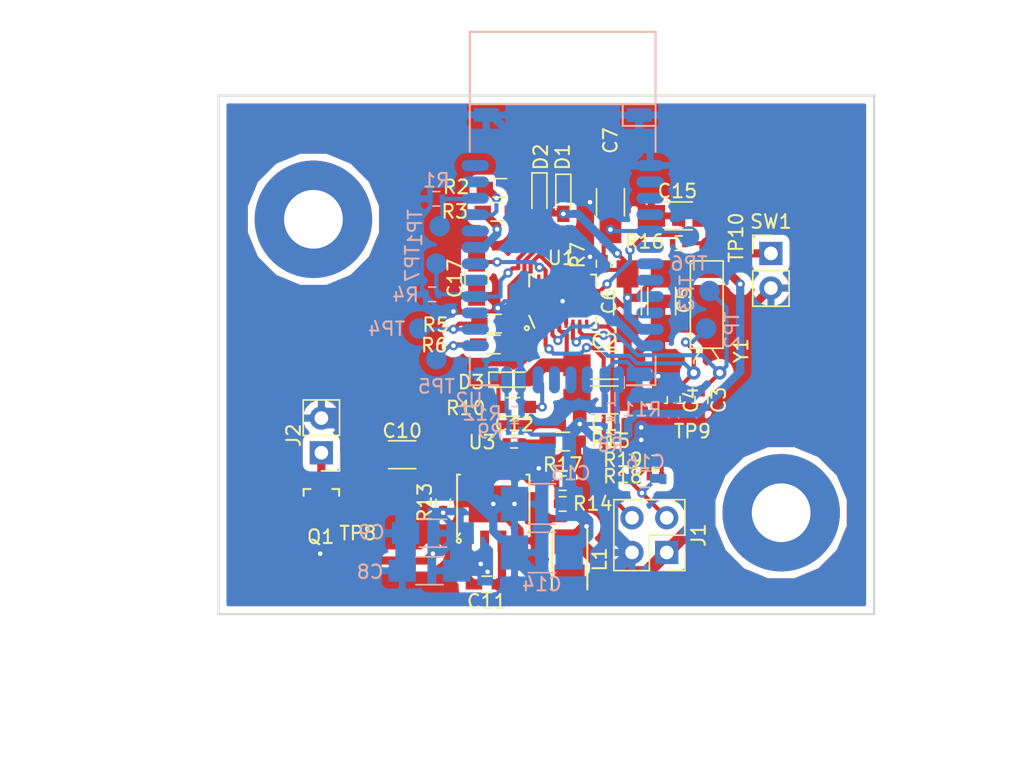
<source format=kicad_pcb>
(kicad_pcb (version 20171130) (host pcbnew 5.0.0)
  (layers (0 F.Cu signal) (31 B.Cu signal) (34 B.Paste user) (35 F.Paste user) (36 B.SilkS user) (37 F.SilkS user) (38 B.Mask user) (39 F.Mask user) (44 Edge.Cuts user))
  (net 0 "")
  (net 1 "Net-(U1-Pad2)")
  (net 2 /SBWTCK)
  (net 3 /SWBTDIO)
  (net 4 /+3V3)
  (net 5 GND)
  (net 6 "Net-(C4-Pad1)")
  (net 7 "Net-(C3-Pad1)")
  (net 8 "Net-(U1-Pad9)")
  (net 9 "Net-(U1-Pad10)")
  (net 10 /MORSE)
  (net 11 "Net-(U1-Pad12)")
  (net 12 "Net-(U1-Pad13)")
  (net 13 /RN42_RSTN)
  (net 14 /RN42_CTS)
  (net 15 "Net-(R5-Pad1)")
  (net 16 "Net-(R6-Pad2)")
  (net 17 "Net-(U1-Pad19)")
  (net 18 "Net-(U1-Pad20)")
  (net 19 "Net-(U1-Pad1)")
  (net 20 "Net-(J2-Pad1)")
  (net 21 /+VBAT)
  (net 22 "Net-(C11-Pad2)")
  (net 23 "Net-(C11-Pad1)")
  (net 24 "Net-(R14-Pad2)")
  (net 25 "Net-(C12-Pad1)")
  (net 26 "Net-(R13-Pad2)")
  (net 27 "Net-(C10-Pad2)")
  (net 28 /RN42_TX)
  (net 29 "Net-(R10-Pad1)")
  (net 30 "Net-(D3-Pad1)")
  (net 31 /RN42_RX)
  (net 32 "Net-(D2-Pad1)")
  (net 33 "Net-(R3-Pad2)")
  (net 34 "Net-(R2-Pad2)")
  (net 35 "Net-(D1-Pad1)")
  (net 36 "Net-(C12-Pad2)")
  (net 37 "Net-(R1-Pad1)")
  (net 38 /AIO0)
  (net 39 /AIO1)
  (net 40 "Net-(U2-Pad24)")
  (net 41 "Net-(U2-Pad23)")
  (net 42 "Net-(U2-Pad20)")
  (net 43 "Net-(U2-Pad18)")
  (net 44 "Net-(U2-Pad17)")
  (net 45 "Net-(U2-Pad15)")
  (net 46 "Net-(U2-Pad32)")
  (net 47 "Net-(U2-Pad33)")
  (net 48 "Net-(U2-Pad34)")
  (net 49 "Net-(U2-Pad10)")
  (net 50 "Net-(U2-Pad9)")
  (net 51 "Net-(U2-Pad8)")
  (net 52 "Net-(U2-Pad7)")
  (net 53 "Net-(U2-Pad6)")
  (net 54 "Net-(U2-Pad4)")
  (net 55 "Net-(U2-Pad3)")
  (net 56 "Net-(U2-Pad2)")
  (net 57 "Net-(C17-Pad1)")
  (module Capacitors_SMD:C_0805_HandSoldering (layer F.Cu) (at 119.9 113.4 270)
    (fp_text reference C17 (at 0 1.6 270) (layer F.SilkS))
    (fp_text value 1uF)
    (pad 2 smd rect (at 1.25 0 270) (size 1.5 1.25) (layers F.Cu F.Paste F.Mask) (net 5 GND))
    (pad 1 smd rect (at -1.25 0 270) (size 1.5 1.25) (layers F.Cu F.Paste F.Mask) (net 57 "Net-(C17-Pad1)"))
  )
  (module Capacitors_SMD:C_0603_HandSoldering (layer B.Cu) (at 132.25 128.1 180)
    (fp_text reference C16 (at 0 1.25 180) (layer B.SilkS) (effects (justify mirror)))
    (fp_text value 1nF)
    (pad 2 smd rect (at 0.95 0 180) (size 1.2 0.75) (layers B.Cu B.Paste B.Mask) (net 5 GND))
    (pad 1 smd rect (at -0.95 0 180) (size 1.2 0.75) (layers B.Cu B.Paste B.Mask) (net 3 /SWBTDIO))
  )
  (module Resistors_SMD:R_0402 (layer F.Cu) (at 133 127.9 180)
    (fp_text reference R18 (at 2.4 0 180) (layer F.SilkS))
    (fp_text value 100k)
    (pad 1 smd rect (at -0.45 0 180) (size 0.4 0.6) (layers F.Cu F.Paste F.Mask) (net 4 /+3V3))
    (pad 2 smd rect (at 0.45 0 180) (size 0.4 0.6) (layers F.Cu F.Paste F.Mask) (net 3 /SWBTDIO))
  )
  (module Resistors_SMD:R_0402 (layer F.Cu) (at 133 126.9 180)
    (fp_text reference R19 (at 2.4 0.2 180) (layer F.SilkS))
    (fp_text value 100k)
    (pad 2 smd rect (at 0.45 0 180) (size 0.4 0.6) (layers F.Cu F.Paste F.Mask) (net 3 /SWBTDIO))
    (pad 1 smd rect (at -0.45 0 180) (size 0.4 0.6) (layers F.Cu F.Paste F.Mask) (net 4 /+3V3))
  )
  (module Capacitors_SMD:C_0402 (layer F.Cu) (at 136.36 122.304 270)
    (fp_text reference C3 (at 0 -1.27 270) (layer F.SilkS))
    (fp_text value 10pF)
    (pad 2 smd rect (at 0.55 0 270) (size 0.6 0.5) (layers F.Cu F.Paste F.Mask) (net 5 GND))
    (pad 1 smd rect (at -0.55 0 270) (size 0.6 0.5) (layers F.Cu F.Paste F.Mask) (net 7 "Net-(C3-Pad1)"))
  )
  (module Capacitors_SMD:C_0402 (layer F.Cu) (at 134.328 122.304 270)
    (fp_text reference C4 (at 0 -1.27 270) (layer F.SilkS))
    (fp_text value 10pF)
    (pad 1 smd rect (at -0.55 0 270) (size 0.6 0.5) (layers F.Cu F.Paste F.Mask) (net 6 "Net-(C4-Pad1)"))
    (pad 2 smd rect (at 0.55 0 270) (size 0.6 0.5) (layers F.Cu F.Paste F.Mask) (net 5 GND))
  )
  (module Capacitors_SMD:C_0402 (layer F.Cu) (at 122.644 125.352)
    (fp_text reference C12 (at 0 -1.27) (layer F.SilkS))
    (fp_text value 3.3nF)
    (pad 2 smd rect (at 0.55 0) (size 0.6 0.5) (layers F.Cu F.Paste F.Mask) (net 36 "Net-(C12-Pad2)"))
    (pad 1 smd rect (at -0.55 0) (size 0.6 0.5) (layers F.Cu F.Paste F.Mask) (net 25 "Net-(C12-Pad1)"))
  )
  (module Capacitors_SMD:C_0603_HandSoldering (layer F.Cu) (at 120.65 135.818 180)
    (fp_text reference C11 (at 0 -1.25 180) (layer F.SilkS))
    (fp_text value 10nF)
    (pad 2 smd rect (at 0.95 0 180) (size 1.2 0.75) (layers F.Cu F.Paste F.Mask) (net 22 "Net-(C11-Pad2)"))
    (pad 1 smd rect (at -0.95 0 180) (size 1.2 0.75) (layers F.Cu F.Paste F.Mask) (net 23 "Net-(C11-Pad1)"))
  )
  (module Capacitors_SMD:C_1206_HandSoldering (layer F.Cu) (at 114.45 126.318)
    (fp_text reference C10 (at 0 -1.75) (layer F.SilkS))
    (fp_text value 100nF)
    (pad 2 smd rect (at 2 0) (size 2 1.6) (layers F.Cu F.Paste F.Mask) (net 27 "Net-(C10-Pad2)"))
    (pad 1 smd rect (at -2 0) (size 2 1.6) (layers F.Cu F.Paste F.Mask) (net 5 GND))
  )
  (module Capacitors_SMD:C_1206_HandSoldering (layer B.Cu) (at 116.7 132.068)
    (fp_text reference C9 (at -4.5 -0.068) (layer B.SilkS) (effects (justify mirror)))
    (fp_text value "10uF 16V")
    (pad 1 smd rect (at -2 0) (size 2 1.6) (layers B.Cu B.Paste B.Mask) (net 5 GND))
    (pad 2 smd rect (at 2 0) (size 2 1.6) (layers B.Cu B.Paste B.Mask) (net 21 /+VBAT))
  )
  (module Capacitors_SMD:C_1206_HandSoldering (layer B.Cu) (at 116.45 134.818)
    (fp_text reference C8 (at -4.35 0.082) (layer B.SilkS) (effects (justify mirror)))
    (fp_text value "10uF 16V")
    (pad 2 smd rect (at 2 0) (size 2 1.6) (layers B.Cu B.Paste B.Mask) (net 21 /+VBAT))
    (pad 1 smd rect (at -2 0) (size 2 1.6) (layers B.Cu B.Paste B.Mask) (net 5 GND))
  )
  (module Capacitors_SMD:C_1206_HandSoldering (layer F.Cu) (at 129.7 107.818 90)
    (fp_text reference C7 (at 4.518 0 90) (layer F.SilkS))
    (fp_text value 100nF)
    (pad 1 smd rect (at -2 0 90) (size 2 1.6) (layers F.Cu F.Paste F.Mask) (net 13 /RN42_RSTN))
    (pad 2 smd rect (at 2 0 90) (size 2 1.6) (layers F.Cu F.Paste F.Mask) (net 5 GND))
  )
  (module Capacitors_SMD:C_1206_HandSoldering (layer F.Cu) (at 130.95 115.068 90)
    (fp_text reference C6 (at 0 -1.35 90) (layer F.SilkS))
    (fp_text value 100nF)
    (pad 2 smd rect (at 2 0 90) (size 2 1.6) (layers F.Cu F.Paste F.Mask) (net 4 /+3V3))
    (pad 1 smd rect (at -2 0 90) (size 2 1.6) (layers F.Cu F.Paste F.Mask) (net 5 GND))
  )
  (module Capacitors_SMD:C_1206_HandSoldering (layer F.Cu) (at 133.45 115.068 90)
    (fp_text reference C5 (at 0.068 1.65 90) (layer F.SilkS))
    (fp_text value 100nF)
    (pad 1 smd rect (at -2 0 90) (size 2 1.6) (layers F.Cu F.Paste F.Mask) (net 5 GND))
    (pad 2 smd rect (at 2 0 90) (size 2 1.6) (layers F.Cu F.Paste F.Mask) (net 4 /+3V3))
  )
  (module Capacitors_SMD:C_1206_HandSoldering (layer F.Cu) (at 129.248 119.764)
    (fp_text reference C2 (at 0 -1.75) (layer F.SilkS))
    (fp_text value 100nF)
    (pad 2 smd rect (at 2 0) (size 2 1.6) (layers F.Cu F.Paste F.Mask) (net 5 GND))
    (pad 1 smd rect (at -2 0) (size 2 1.6) (layers F.Cu F.Paste F.Mask) (net 4 /+3V3))
  )
  (module Capacitors_SMD:C_1206_HandSoldering (layer F.Cu) (at 129.248 122.304 180)
    (fp_text reference C1 (at 0 -1.75 180) (layer F.SilkS))
    (fp_text value 10uF)
    (pad 1 smd rect (at -2 0 180) (size 2 1.6) (layers F.Cu F.Paste F.Mask) (net 5 GND))
    (pad 2 smd rect (at 2 0 180) (size 2 1.6) (layers F.Cu F.Paste F.Mask) (net 4 /+3V3))
  )
  (module Capacitors_SMD:C_1206_HandSoldering (layer F.Cu) (at 134.7 108.818 180)
    (fp_text reference C15 (at 0.1 1.818 180) (layer F.SilkS))
    (fp_text value 100nF)
    (pad 2 smd rect (at 2 0 180) (size 2 1.6) (layers F.Cu F.Paste F.Mask) (net 5 GND))
    (pad 1 smd rect (at -2 0 180) (size 2 1.6) (layers F.Cu F.Paste F.Mask) (net 10 /MORSE))
  )
  (module Capacitors_SMD:C_1210_HandSoldering (layer B.Cu) (at 124.676 129.924 180)
    (fp_text reference C13 (at -2.124 2.25 180) (layer B.SilkS) (effects (justify mirror)))
    (fp_text value 22uF)
    (pad 1 smd rect (at -2 0 180) (size 2 2.5) (layers B.Cu B.Paste B.Mask) (net 4 /+3V3))
    (pad 2 smd rect (at 2 0 180) (size 2 2.5) (layers B.Cu B.Paste B.Mask) (net 5 GND))
  )
  (module Capacitors_SMD:C_1210_HandSoldering (layer B.Cu) (at 124.676 133.48 180)
    (fp_text reference C14 (at 0 -2.32 180) (layer B.SilkS) (effects (justify mirror)))
    (fp_text value 22uF)
    (pad 2 smd rect (at 2 0 180) (size 2 2.5) (layers B.Cu B.Paste B.Mask) (net 5 GND))
    (pad 1 smd rect (at -2 0 180) (size 2 2.5) (layers B.Cu B.Paste B.Mask) (net 4 /+3V3))
  )
  (module Crystals:Crystal_DS26_d2.0mm_l6.0mm_Horizontal (layer F.Cu) (at 137.7 120.318 180)
    (fp_text reference Y1 (at -1.57 1.625 270) (layer F.SilkS))
    (fp_text value 32.768kHz)
    (pad 2 thru_hole circle (at 1.9 0 180) (size 1 1) (drill 0.5) (layers *.Cu *.Mask) (net 6 "Net-(C4-Pad1)"))
    (pad 1 thru_hole circle (at 0 0 180) (size 1 1) (drill 0.5) (layers *.Cu *.Mask) (net 7 "Net-(C3-Pad1)"))
  )
  (module Inductors:Inductor_Taiyo-Yuden_NR-24xx_HandSoldering (layer F.Cu) (at 126.708 133.988 270)
    (fp_text reference L1 (at 0 -2.2 270) (layer F.SilkS))
    (fp_text value 4.7uH)
    (pad 2 smd rect (at 1.2875 0 270) (size 1.825 2.2) (layers F.Cu F.Paste F.Mask) (net 23 "Net-(C11-Pad1)"))
    (pad 1 smd rect (at -1.2875 0 270) (size 1.825 2.2) (layers F.Cu F.Paste F.Mask) (net 4 /+3V3))
  )
  (module LEDs:LED_0603_HandSoldering (layer F.Cu) (at 122.6 120.818)
    (fp_text reference D3 (at -3.1 0.182) (layer F.SilkS))
    (fp_text value LED_Small)
    (pad 2 smd rect (at 1.1 0) (size 1.2 0.9) (layers F.Cu F.Paste F.Mask) (net 4 /+3V3))
    (pad 1 smd rect (at -1.1 0) (size 1.2 0.9) (layers F.Cu F.Paste F.Mask) (net 30 "Net-(D3-Pad1)"))
  )
  (module LEDs:LED_0603_HandSoldering (layer F.Cu) (at 124.5 107.468 270)
    (fp_text reference D2 (at -2.968 -0.1 270) (layer F.SilkS))
    (fp_text value LED_Small)
    (pad 1 smd rect (at -1.1 0 270) (size 1.2 0.9) (layers F.Cu F.Paste F.Mask) (net 32 "Net-(D2-Pad1)"))
    (pad 2 smd rect (at 1.1 0 270) (size 1.2 0.9) (layers F.Cu F.Paste F.Mask) (net 4 /+3V3))
  )
  (module LEDs:LED_0603_HandSoldering (layer F.Cu) (at 126.25 107.568 270)
    (fp_text reference D1 (at -3.068 0.05 270) (layer F.SilkS))
    (fp_text value LED_Small)
    (pad 2 smd rect (at 1.1 0 270) (size 1.2 0.9) (layers F.Cu F.Paste F.Mask) (net 4 /+3V3))
    (pad 1 smd rect (at -1.1 0 270) (size 1.2 0.9) (layers F.Cu F.Paste F.Mask) (net 35 "Net-(D1-Pad1)"))
  )
  (module Measurement_Points:Measurement_Point_Round-SMD-Pad_Small (layer B.Cu) (at 135.45 110.318)
    (fp_text reference TP6 (at 0 2) (layer B.SilkS) (effects (justify mirror)))
    (fp_text value TestPoint)
    (pad 1 smd circle (at 0 0) (size 1.5 1.5) (layers B.Cu B.Mask) (net 13 /RN42_RSTN))
  )
  (module Measurement_Points:Measurement_Point_Round-SMD-Pad_Small (layer B.Cu) (at 136.95 114.318)
    (fp_text reference TP3 (at -1.65 0.182 90) (layer B.SilkS) (effects (justify mirror)))
    (fp_text value TestPoint)
    (pad 1 smd circle (at 0 0) (size 1.5 1.5) (layers B.Cu B.Mask) (net 7 "Net-(C3-Pad1)"))
  )
  (module Measurement_Points:Measurement_Point_Round-SMD-Pad_Small (layer F.Cu) (at 135.7 126.6)
    (fp_text reference TP9 (at 0 -2) (layer F.SilkS))
    (fp_text value TestPoint)
    (pad 1 smd circle (at 0 0) (size 1.5 1.5) (layers F.Cu F.Mask) (net 4 /+3V3))
  )
  (module Measurement_Points:Measurement_Point_Round-SMD-Pad_Small (layer F.Cu) (at 111.2 134.068)
    (fp_text reference TP8 (at 0 -2) (layer F.SilkS))
    (fp_text value TestPoint)
    (pad 1 smd circle (at 0 0) (size 1.5 1.5) (layers F.Cu F.Mask) (net 21 /+VBAT))
  )
  (module Measurement_Points:Measurement_Point_Round-SMD-Pad_Small (layer B.Cu) (at 116.95 112.318)
    (fp_text reference TP7 (at -1.75 -0.018 90) (layer B.SilkS) (effects (justify mirror)))
    (fp_text value TestPoint)
    (pad 1 smd circle (at 0 0) (size 1.5 1.5) (layers B.Cu B.Mask) (net 14 /RN42_CTS))
  )
  (module Measurement_Points:Measurement_Point_Round-SMD-Pad_Small (layer B.Cu) (at 116.95 119.318)
    (fp_text reference TP5 (at 0 2) (layer B.SilkS) (effects (justify mirror)))
    (fp_text value TestPoint)
    (pad 1 smd circle (at 0 0) (size 1.5 1.5) (layers B.Cu B.Mask) (net 31 /RN42_RX))
  )
  (module Measurement_Points:Measurement_Point_Round-SMD-Pad_Small (layer B.Cu) (at 115.7 117.068)
    (fp_text reference TP4 (at -2.4 0.032) (layer B.SilkS) (effects (justify mirror)))
    (fp_text value TestPoint)
    (pad 1 smd circle (at 0 0) (size 1.5 1.5) (layers B.Cu B.Mask) (net 28 /RN42_TX))
  )
  (module Measurement_Points:Measurement_Point_Round-SMD-Pad_Small (layer B.Cu) (at 136.7 117.068)
    (fp_text reference TP2 (at 1.9 0.132 90) (layer B.SilkS) (effects (justify mirror)))
    (fp_text value TestPoint)
    (pad 1 smd circle (at 0 0) (size 1.5 1.5) (layers B.Cu B.Mask) (net 6 "Net-(C4-Pad1)"))
  )
  (module Measurement_Points:Measurement_Point_Round-SMD-Pad_Small (layer B.Cu) (at 117.2 109.568)
    (fp_text reference TP1 (at -1.8 0.132 90) (layer B.SilkS) (effects (justify mirror)))
    (fp_text value TestPoint)
    (pad 1 smd circle (at 0 0) (size 1.5 1.5) (layers B.Cu B.Mask) (net 37 "Net-(R1-Pad1)"))
  )
  (module Measurement_Points:Measurement_Point_Round-SMD-Pad_Small (layer F.Cu) (at 136.95 111.068)
    (fp_text reference TP10 (at 1.95 -0.668 90) (layer F.SilkS))
    (fp_text value TestPoint)
    (pad 1 smd circle (at 0 0) (size 1.5 1.5) (layers F.Cu F.Mask) (net 10 /MORSE))
  )
  (module Mounting_Holes:MountingHole_4.3mm_M4_Pad (layer F.Cu) (at 107.95 109.068)
    (fp_text reference MH1 hide)
    (fp_text value MountingHole)
    (pad 1 thru_hole circle (at 0 0) (size 8.6 8.6) (drill 4.3) (layers *.Cu *.Mask))
  )
  (module Mounting_Holes:MountingHole_4.3mm_M4_Pad (layer F.Cu) (at 142.2 130.568)
    (fp_text reference MH2 hide)
    (fp_text value MountingHole)
    (pad 1 thru_hole circle (at 0 0) (size 8.6 8.6) (drill 4.3) (layers *.Cu *.Mask))
  )
  (module RF_Modules:RN42 (layer B.Cu) (at 126.2 111.128 180)
    (fp_text reference U2 (at 6.858 -11.176 180) (layer B.SilkS) (effects (justify mirror)))
    (fp_text value RN42)
    (pad 36 smd rect (at -5.6 9.7 180) (size 1.8 1) (layers B.Cu B.Paste B.Mask) (net 5 GND))
    (pad 36 smd rect (at 5.6 9.7 180) (size 1.8 1) (layers B.Cu B.Paste B.Mask) (net 5 GND))
    (pad 36 smd rect (at 5.6 -9.3 180) (size 1.8 1) (layers B.Cu B.Paste B.Mask) (net 5 GND))
    (pad 36 smd rect (at -5.6 -9.3 180) (size 1.8 1) (layers B.Cu B.Paste B.Mask) (net 5 GND))
    (pad 24 smd oval (at 6.4 6 180) (size 2 0.8) (layers B.Cu B.Paste B.Mask) (net 40 "Net-(U2-Pad24)"))
    (pad 23 smd oval (at 6.4 4.8 180) (size 2 0.8) (layers B.Cu B.Paste B.Mask) (net 41 "Net-(U2-Pad23)"))
    (pad 22 smd oval (at 6.4 3.6 180) (size 2 0.8) (layers B.Cu B.Paste B.Mask) (net 37 "Net-(R1-Pad1)"))
    (pad 21 smd oval (at 6.4 2.4 180) (size 2 0.8) (layers B.Cu B.Paste B.Mask) (net 34 "Net-(R2-Pad2)"))
    (pad 20 smd oval (at 6.4 1.2 180) (size 2 0.8) (layers B.Cu B.Paste B.Mask) (net 42 "Net-(U2-Pad20)"))
    (pad 19 smd oval (at 6.4 0 180) (size 2 0.8) (layers B.Cu B.Paste B.Mask) (net 33 "Net-(R3-Pad2)"))
    (pad 18 smd oval (at 6.4 -1.2 180) (size 2 0.8) (layers B.Cu B.Paste B.Mask) (net 43 "Net-(U2-Pad18)"))
    (pad 17 smd oval (at 6.4 -2.4 180) (size 2 0.8) (layers B.Cu B.Paste B.Mask) (net 44 "Net-(U2-Pad17)"))
    (pad 16 smd oval (at 6.4 -3.6 180) (size 2 0.8) (layers B.Cu B.Paste B.Mask) (net 14 /RN42_CTS))
    (pad 15 smd oval (at 6.4 -4.8 180) (size 2 0.8) (layers B.Cu B.Paste B.Mask) (net 45 "Net-(U2-Pad15)"))
    (pad 14 smd oval (at 6.4 -6 180) (size 2 0.8) (layers B.Cu B.Paste B.Mask) (net 28 /RN42_TX))
    (pad 13 smd oval (at 6.4 -7.2 180) (size 2 0.8) (layers B.Cu B.Paste B.Mask) (net 31 /RN42_RX))
    (pad 30 smd oval (at 4.1 -9.7 90) (size 2 0.8) (layers B.Cu B.Paste B.Mask) (net 38 /AIO0))
    (pad 28 smd oval (at 3.1 -9.7 90) (size 2 0.8) (layers B.Cu B.Paste B.Mask) (net 5 GND))
    (pad 31 smd oval (at 1.8 -9.7 90) (size 2 0.8) (layers B.Cu B.Paste B.Mask) (net 29 "Net-(R10-Pad1)"))
    (pad 32 smd oval (at 0.6 -9.7 90) (size 2 0.8) (layers B.Cu B.Paste B.Mask) (net 46 "Net-(U2-Pad32)"))
    (pad 33 smd oval (at -0.6 -9.7 90) (size 2 0.8) (layers B.Cu B.Paste B.Mask) (net 47 "Net-(U2-Pad33)"))
    (pad 34 smd oval (at -1.8 -9.7 90) (size 2 0.8) (layers B.Cu B.Paste B.Mask) (net 48 "Net-(U2-Pad34)"))
    (pad 29 smd oval (at -3.1 -9.7 90) (size 2 0.8) (layers B.Cu B.Paste B.Mask) (net 5 GND))
    (pad 35 smd oval (at -4.1 -9.7 90) (size 2 0.8) (layers B.Cu B.Paste B.Mask) (net 39 /AIO1))
    (pad 12 smd oval (at -6.4 -7.2 180) (size 2 0.8) (layers B.Cu B.Paste B.Mask) (net 5 GND))
    (pad 11 smd oval (at -6.4 -6 180) (size 2 0.8) (layers B.Cu B.Paste B.Mask) (net 4 /+3V3))
    (pad 10 smd oval (at -6.4 -4.8 180) (size 2 0.8) (layers B.Cu B.Paste B.Mask) (net 49 "Net-(U2-Pad10)"))
    (pad 9 smd oval (at -6.4 -3.6 180) (size 2 0.8) (layers B.Cu B.Paste B.Mask) (net 50 "Net-(U2-Pad9)"))
    (pad 8 smd oval (at -6.4 -2.4 180) (size 2 0.8) (layers B.Cu B.Paste B.Mask) (net 51 "Net-(U2-Pad8)"))
    (pad 7 smd oval (at -6.4 -1.2 180) (size 2 0.8) (layers B.Cu B.Paste B.Mask) (net 52 "Net-(U2-Pad7)"))
    (pad 6 smd oval (at -6.4 0 180) (size 2 0.8) (layers B.Cu B.Paste B.Mask) (net 53 "Net-(U2-Pad6)"))
    (pad 5 smd oval (at -6.4 1.2 180) (size 2 0.8) (layers B.Cu B.Paste B.Mask) (net 13 /RN42_RSTN))
    (pad 4 smd oval (at -6.4 2.4 180) (size 2 0.8) (layers B.Cu B.Paste B.Mask) (net 54 "Net-(U2-Pad4)"))
    (pad 3 smd oval (at -6.4 3.6 180) (size 2 0.8) (layers B.Cu B.Paste B.Mask) (net 55 "Net-(U2-Pad3)"))
    (pad 2 smd oval (at -6.4 4.8 180) (size 2 0.8) (layers B.Cu B.Paste B.Mask) (net 56 "Net-(U2-Pad2)"))
    (pad 1 smd oval (at -6.4 6 180) (size 2 0.8) (layers B.Cu B.Paste B.Mask) (net 5 GND))
  )
  (module Resistors_SMD:R_0402 (layer B.Cu) (at 129.75 124.318)
    (fp_text reference R8 (at -0.05 1.282) (layer B.SilkS) (effects (justify mirror)))
    (fp_text value 100k)
    (pad 2 smd rect (at 0.45 0) (size 0.4 0.6) (layers B.Cu B.Paste B.Mask) (net 39 /AIO1))
    (pad 1 smd rect (at -0.45 0) (size 0.4 0.6) (layers B.Cu B.Paste B.Mask) (net 4 /+3V3))
  )
  (module Resistors_SMD:R_0402 (layer F.Cu) (at 129.2 112.318 90)
    (fp_text reference R7 (at 0.618 -1.9 90) (layer F.SilkS))
    (fp_text value 10k)
    (pad 1 smd rect (at -0.45 0 90) (size 0.4 0.6) (layers F.Cu F.Paste F.Mask) (net 4 /+3V3))
    (pad 2 smd rect (at 0.45 0 90) (size 0.4 0.6) (layers F.Cu F.Paste F.Mask) (net 13 /RN42_RSTN))
  )
  (module Resistors_SMD:R_0402 (layer B.Cu) (at 122.7 124.568 180)
    (fp_text reference R9 (at 1.8 -0.032 180) (layer B.SilkS) (effects (justify mirror)))
    (fp_text value 100k)
    (pad 2 smd rect (at 0.45 0 180) (size 0.4 0.6) (layers B.Cu B.Paste B.Mask) (net 38 /AIO0))
    (pad 1 smd rect (at -0.45 0 180) (size 0.4 0.6) (layers B.Cu B.Paste B.Mask) (net 4 /+3V3))
  )
  (module Resistors_SMD:R_0402 (layer B.Cu) (at 129.75 123.068 180)
    (fp_text reference R11 (at -2.25 0.068 180) (layer B.SilkS) (effects (justify mirror)))
    (fp_text value 100k)
    (pad 1 smd rect (at -0.45 0 180) (size 0.4 0.6) (layers B.Cu B.Paste B.Mask) (net 39 /AIO1))
    (pad 2 smd rect (at 0.45 0 180) (size 0.4 0.6) (layers B.Cu B.Paste B.Mask) (net 5 GND))
  )
  (module Resistors_SMD:R_0402 (layer B.Cu) (at 122.7 123.318)
    (fp_text reference R12 (at -2.4 -0.018) (layer B.SilkS) (effects (justify mirror)))
    (fp_text value 100k)
    (pad 2 smd rect (at 0.45 0) (size 0.4 0.6) (layers B.Cu B.Paste B.Mask) (net 5 GND))
    (pad 1 smd rect (at -0.45 0) (size 0.4 0.6) (layers B.Cu B.Paste B.Mask) (net 38 /AIO0))
  )
  (module Resistors_SMD:R_0402 (layer F.Cu) (at 117.45 129.818 90)
    (fp_text reference R13 (at 0 -1.35 90) (layer F.SilkS))
    (fp_text value 100k)
    (pad 1 smd rect (at -0.45 0 90) (size 0.4 0.6) (layers F.Cu F.Paste F.Mask) (net 21 /+VBAT))
    (pad 2 smd rect (at 0.45 0 90) (size 0.4 0.6) (layers F.Cu F.Paste F.Mask) (net 26 "Net-(R13-Pad2)"))
  )
  (module Resistors_SMD:R_0402 (layer F.Cu) (at 126.2 129.924 180)
    (fp_text reference R14 (at -2.2 0.024 180) (layer F.SilkS))
    (fp_text value "26.1k 1%")
    (pad 2 smd rect (at 0.45 0 180) (size 0.4 0.6) (layers F.Cu F.Paste F.Mask) (net 24 "Net-(R14-Pad2)"))
    (pad 1 smd rect (at -0.45 0 180) (size 0.4 0.6) (layers F.Cu F.Paste F.Mask) (net 4 /+3V3))
  )
  (module Resistors_SMD:R_0402 (layer F.Cu) (at 134.7 110.818)
    (fp_text reference R16 (at -2.5 -0.118) (layer F.SilkS))
    (fp_text value 100k)
    (pad 1 smd rect (at -0.45 0) (size 0.4 0.6) (layers F.Cu F.Paste F.Mask) (net 4 /+3V3))
    (pad 2 smd rect (at 0.45 0) (size 0.4 0.6) (layers F.Cu F.Paste F.Mask) (net 10 /MORSE))
  )
  (module Resistors_SMD:R_0402 (layer B.Cu) (at 116.95 107.568 180)
    (fp_text reference R1 (at 0 1.35 180) (layer B.SilkS) (effects (justify mirror)))
    (fp_text value 10k)
    (pad 2 smd rect (at 0.45 0 180) (size 0.4 0.6) (layers B.Cu B.Paste B.Mask) (net 5 GND))
    (pad 1 smd rect (at -0.45 0 180) (size 0.4 0.6) (layers B.Cu B.Paste B.Mask) (net 37 "Net-(R1-Pad1)"))
  )
  (module Resistors_SMD:R_0402 (layer F.Cu) (at 126.2 128.4)
    (fp_text reference R17 (at 0 -1.35) (layer F.SilkS))
    (fp_text value "10k 1%")
    (pad 1 smd rect (at -0.45 0) (size 0.4 0.6) (layers F.Cu F.Paste F.Mask) (net 24 "Net-(R14-Pad2)"))
    (pad 2 smd rect (at 0.45 0) (size 0.4 0.6) (layers F.Cu F.Paste F.Mask) (net 5 GND))
  )
  (module Resistors_SMD:R_0402 (layer B.Cu) (at 116.65 114.568 180)
    (fp_text reference R4 (at 1.95 -0.032 180) (layer B.SilkS) (effects (justify mirror)))
    (fp_text value 10k)
    (pad 2 smd rect (at 0.45 0 180) (size 0.4 0.6) (layers B.Cu B.Paste B.Mask) (net 5 GND))
    (pad 1 smd rect (at -0.45 0 180) (size 0.4 0.6) (layers B.Cu B.Paste B.Mask) (net 14 /RN42_CTS))
  )
  (module Resistors_SMD:R_0603_HandSoldering (layer F.Cu) (at 126.2 125.352)
    (fp_text reference R15 (at 3.5 -0.052) (layer F.SilkS))
    (fp_text value 13k)
    (pad 1 smd rect (at -1.1 0) (size 1.2 0.9) (layers F.Cu F.Paste F.Mask) (net 36 "Net-(C12-Pad2)"))
    (pad 2 smd rect (at 1.1 0) (size 1.2 0.9) (layers F.Cu F.Paste F.Mask) (net 5 GND))
  )
  (module Resistors_SMD:R_0603_HandSoldering (layer F.Cu) (at 121.6 106.768 180)
    (fp_text reference R2 (at 3.2 0.068 180) (layer F.SilkS))
    (fp_text value 470)
    (pad 2 smd rect (at 1.1 0 180) (size 1.2 0.9) (layers F.Cu F.Paste F.Mask) (net 34 "Net-(R2-Pad2)"))
    (pad 1 smd rect (at -1.1 0 180) (size 1.2 0.9) (layers F.Cu F.Paste F.Mask) (net 35 "Net-(D1-Pad1)"))
  )
  (module Resistors_SMD:R_0603_HandSoldering (layer F.Cu) (at 121.45 108.518 180)
    (fp_text reference R3 (at 3.15 0.018 180) (layer F.SilkS))
    (fp_text value 470)
    (pad 1 smd rect (at -1.1 0 180) (size 1.2 0.9) (layers F.Cu F.Paste F.Mask) (net 32 "Net-(D2-Pad1)"))
    (pad 2 smd rect (at 1.1 0 180) (size 1.2 0.9) (layers F.Cu F.Paste F.Mask) (net 33 "Net-(R3-Pad2)"))
  )
  (module Resistors_SMD:R_0603_HandSoldering (layer F.Cu) (at 121.12 118.24)
    (fp_text reference R6 (at -4.32 0.06) (layer F.SilkS))
    (fp_text value 470)
    (pad 2 smd rect (at 1.1 0) (size 1.2 0.9) (layers F.Cu F.Paste F.Mask) (net 16 "Net-(R6-Pad2)"))
    (pad 1 smd rect (at -1.1 0) (size 1.2 0.9) (layers F.Cu F.Paste F.Mask) (net 31 /RN42_RX))
  )
  (module Resistors_SMD:R_0603_HandSoldering (layer F.Cu) (at 122.55 122.818 180)
    (fp_text reference R10 (at 3.45 -0.082 180) (layer F.SilkS))
    (fp_text value 470)
    (pad 1 smd rect (at -1.1 0 180) (size 1.2 0.9) (layers F.Cu F.Paste F.Mask) (net 29 "Net-(R10-Pad1)"))
    (pad 2 smd rect (at 1.1 0 180) (size 1.2 0.9) (layers F.Cu F.Paste F.Mask) (net 30 "Net-(D3-Pad1)"))
  )
  (module Resistors_SMD:R_0603_HandSoldering (layer F.Cu) (at 121.204 116.716 180)
    (fp_text reference R5 (at 4.304 -0.084 180) (layer F.SilkS))
    (fp_text value 470)
    (pad 2 smd rect (at 1.1 0 180) (size 1.2 0.9) (layers F.Cu F.Paste F.Mask) (net 28 /RN42_TX))
    (pad 1 smd rect (at -1.1 0 180) (size 1.2 0.9) (layers F.Cu F.Paste F.Mask) (net 15 "Net-(R5-Pad1)"))
  )
  (module Socket_Strips:Socket_Strip_Straight_1x02_Pitch2.54mm (layer F.Cu) (at 141.45 111.568)
    (fp_text reference SW1 (at 0 -2.33) (layer F.SilkS))
    (fp_text value SW_SPST)
    (pad 1 thru_hole rect (at 0 0) (size 1.7 1.7) (drill 1) (layers *.Cu *.Mask) (net 10 /MORSE))
    (pad 2 thru_hole oval (at 0 2.54) (size 1.7 1.7) (drill 1) (layers *.Cu *.Mask) (net 5 GND))
  )
  (module Socket_Strips:Socket_Strip_Straight_1x02_Pitch2.54mm (layer F.Cu) (at 108.532 126.174 180)
    (fp_text reference J2 (at 2.032 1.274 270) (layer F.SilkS))
    (fp_text value Conn_01x02)
    (pad 2 thru_hole oval (at 0 2.54 180) (size 1.7 1.7) (drill 1) (layers *.Cu *.Mask) (net 5 GND))
    (pad 1 thru_hole rect (at 0 0 180) (size 1.7 1.7) (drill 1) (layers *.Cu *.Mask) (net 20 "Net-(J2-Pad1)"))
  )
  (module Socket_Strips:Socket_Strip_Straight_2x02_Pitch2.54mm (layer F.Cu) (at 133.82 133.48 270)
    (fp_text reference J1 (at -1.27 -2.33 270) (layer F.SilkS))
    (fp_text value Conn_02x02_Counter_Clockwise)
    (pad 4 thru_hole oval (at -2.54 2.54 270) (size 1.7 1.7) (drill 1) (layers *.Cu *.Mask) (net 2 /SBWTCK))
    (pad 3 thru_hole oval (at 0 2.54 270) (size 1.7 1.7) (drill 1) (layers *.Cu *.Mask) (net 5 GND))
    (pad 2 thru_hole oval (at -2.54 0 270) (size 1.7 1.7) (drill 1) (layers *.Cu *.Mask) (net 3 /SWBTDIO))
    (pad 1 thru_hole rect (at 0 0 270) (size 1.7 1.7) (drill 1) (layers *.Cu *.Mask) (net 4 /+3V3))
  )
  (module telegraph:Diodes_SO8EP (layer F.Cu) (at 121.12 129.924 90)
    (fp_text reference U3 (at 4.524 -0.82 180) (layer F.SilkS))
    (fp_text value AP3513E)
    (pad 1 smd rect (at -2.7 -1.905 90) (size 1.5 0.65) (layers F.Cu F.Paste F.Mask) (net 22 "Net-(C11-Pad2)"))
    (pad 2 smd rect (at -2.7 -0.635 90) (size 1.5 0.65) (layers F.Cu F.Paste F.Mask) (net 21 /+VBAT))
    (pad 3 smd rect (at -2.7 0.635 90) (size 1.5 0.65) (layers F.Cu F.Paste F.Mask) (net 23 "Net-(C11-Pad1)"))
    (pad 4 smd rect (at -2.7 1.905 90) (size 1.5 0.65) (layers F.Cu F.Paste F.Mask) (net 5 GND))
    (pad 5 smd rect (at 2.7 1.905 90) (size 1.5 0.65) (layers F.Cu F.Paste F.Mask) (net 24 "Net-(R14-Pad2)"))
    (pad 6 smd rect (at 2.7 0.635 90) (size 1.5 0.65) (layers F.Cu F.Paste F.Mask) (net 25 "Net-(C12-Pad1)"))
    (pad 7 smd rect (at 2.7 -0.635 90) (size 1.5 0.65) (layers F.Cu F.Paste F.Mask) (net 26 "Net-(R13-Pad2)"))
    (pad 8 smd rect (at 2.7 -1.905 90) (size 1.5 0.65) (layers F.Cu F.Paste F.Mask) (net 27 "Net-(C10-Pad2)"))
    (pad 9 smd rect (at 0 0 90) (size 2.7 3.6) (layers F.Cu F.Paste F.Mask) (net 5 GND))
  )
  (module telegraph:Rohm_UMT3F (layer F.Cu) (at 108.532 129.73)
    (fp_text reference Q1 (at -0.05 2.6) (layer F.SilkS))
    (fp_text value RU1E002SPTCL)
    (pad 3 smd rect (at 0 -0.8) (size 0.8 0.9) (layers F.Cu F.Paste F.Mask) (net 20 "Net-(J2-Pad1)"))
    (pad 2 smd rect (at 0.65 0.8) (size 0.8 0.9) (layers F.Cu F.Paste F.Mask) (net 21 /+VBAT))
    (pad 1 smd rect (at -0.65 0.8) (size 0.8 0.9) (layers F.Cu F.Paste F.Mask) (net 5 GND))
  )
  (module telegraph:TI_MSP430_QFN20 (layer F.Cu) (at 126.2 115.068 90)
    (fp_text reference U1 (at 3.168 -0.1 180) (layer F.SilkS))
    (fp_text value MSP430FR2512IRHLR)
    (pad 2 smd rect (at -1.65 -1.75 90) (size 0.6 0.24) (layers F.Cu F.Paste F.Mask) (net 1 "Net-(U1-Pad2)"))
    (pad 3 smd rect (at -1.65 -1.25 90) (size 0.6 0.24) (layers F.Cu F.Paste F.Mask) (net 2 /SBWTCK))
    (pad 4 smd rect (at -1.65 -0.75 90) (size 0.6 0.24) (layers F.Cu F.Paste F.Mask) (net 3 /SWBTDIO))
    (pad 5 smd rect (at -1.65 -0.25 90) (size 0.6 0.24) (layers F.Cu F.Paste F.Mask) (net 4 /+3V3))
    (pad 6 smd rect (at -1.65 0.25 90) (size 0.6 0.24) (layers F.Cu F.Paste F.Mask) (net 5 GND))
    (pad 7 smd rect (at -1.65 0.75 90) (size 0.6 0.24) (layers F.Cu F.Paste F.Mask) (net 6 "Net-(C4-Pad1)"))
    (pad 8 smd rect (at -1.65 1.25 90) (size 0.6 0.24) (layers F.Cu F.Paste F.Mask) (net 7 "Net-(C3-Pad1)"))
    (pad 9 smd rect (at -1.65 1.75 90) (size 0.6 0.24) (layers F.Cu F.Paste F.Mask) (net 8 "Net-(U1-Pad9)"))
    (pad 10 smd rect (at -0.75 2.15 90) (size 0.24 0.6) (layers F.Cu F.Paste F.Mask) (net 9 "Net-(U1-Pad10)"))
    (pad 21 smd rect (at -0.25 2.15 90) (size 0.24 0.6) (layers F.Cu F.Paste F.Mask) (net 5 GND))
    (pad 21 smd rect (at 0.25 2.15 90) (size 0.24 0.6) (layers F.Cu F.Paste F.Mask) (net 5 GND))
    (pad 11 smd rect (at 0.75 2.15 90) (size 0.24 0.6) (layers F.Cu F.Paste F.Mask) (net 10 /MORSE))
    (pad 12 smd rect (at 1.65 1.75 90) (size 0.6 0.24) (layers F.Cu F.Paste F.Mask) (net 11 "Net-(U1-Pad12)"))
    (pad 13 smd rect (at 1.65 1.25 90) (size 0.6 0.24) (layers F.Cu F.Paste F.Mask) (net 12 "Net-(U1-Pad13)"))
    (pad 14 smd rect (at 1.65 0.75 90) (size 0.6 0.24) (layers F.Cu F.Paste F.Mask) (net 13 /RN42_RSTN))
    (pad 15 smd rect (at 1.65 0.25 90) (size 0.6 0.24) (layers F.Cu F.Paste F.Mask) (net 14 /RN42_CTS))
    (pad 16 smd rect (at 1.65 -0.25 90) (size 0.6 0.24) (layers F.Cu F.Paste F.Mask) (net 15 "Net-(R5-Pad1)"))
    (pad 17 smd rect (at 1.65 -0.75 90) (size 0.6 0.24) (layers F.Cu F.Paste F.Mask) (net 16 "Net-(R6-Pad2)"))
    (pad 18 smd rect (at 1.65 -1.25 90) (size 0.6 0.24) (layers F.Cu F.Paste F.Mask) (net 57 "Net-(C17-Pad1)"))
    (pad 19 smd rect (at 1.65 -1.75 90) (size 0.6 0.24) (layers F.Cu F.Paste F.Mask) (net 17 "Net-(U1-Pad19)"))
    (pad 20 smd rect (at 0.75 -2.15 90) (size 0.24 0.6) (layers F.Cu F.Paste F.Mask) (net 18 "Net-(U1-Pad20)"))
    (pad 21 smd rect (at 0.25 -2.15 90) (size 0.24 0.6) (layers F.Cu F.Paste F.Mask) (net 5 GND))
    (pad 21 smd rect (at -0.25 -2.15 90) (size 0.24 0.6) (layers F.Cu F.Paste F.Mask) (net 5 GND))
    (pad 1 smd rect (at -0.75 -2.15 90) (size 0.24 0.6) (layers F.Cu F.Paste F.Mask) (net 19 "Net-(U1-Pad1)"))
    (pad 21 smd rect (at 0 0 90) (size 2.05 3.05) (layers F.Cu F.Paste F.Mask) (net 5 GND))
    (pad 21 smd rect (at 0 1.6875 90) (size 0.74 0.325) (layers F.Cu F.Paste F.Mask) (net 5 GND))
    (pad 21 smd rect (at 0 -1.6875 90) (size 0.74 0.325) (layers F.Cu F.Paste F.Mask) (net 5 GND))
  )
  (gr_line (start 101 138) (end 101 100) (layer Edge.Cuts) (width 0.15))
  (gr_line (start 149 138) (end 101 138) (layer Edge.Cuts) (width 0.15))
  (gr_line (start 149 100) (end 149 138) (layer Edge.Cuts) (width 0.15))
  (gr_line (start 101 100) (end 149 100) (layer Edge.Cuts) (width 0.15))
  (via (at 125.2 118.568) (size 0.6858) (drill 0.3302) (layers F.Cu B.Cu) (net 2))
  (segment (start 124.95 116.718) (end 124.95 118.318) (width 0.3) (layer F.Cu) (net 2))
  (segment (start 124.95 118.318) (end 125.2 118.568) (width 0.3) (layer F.Cu) (net 2))
  (via (at 127.95 118.468698) (size 0.6858) (drill 0.3302) (layers F.Cu B.Cu) (net 2))
  (segment (start 125.2 118.568) (end 125.542899 118.910899) (width 0.3) (layer B.Cu) (net 2))
  (segment (start 125.542899 118.910899) (end 127.507799 118.910899) (width 0.3) (layer B.Cu) (net 2))
  (segment (start 127.507799 118.910899) (end 127.95 118.468698) (width 0.3) (layer B.Cu) (net 2))
  (segment (start 128.434933 118.468698) (end 129.2 119.233765) (width 0.3) (layer F.Cu) (net 2))
  (segment (start 127.95 118.468698) (end 128.434933 118.468698) (width 0.3) (layer F.Cu) (net 2))
  (segment (start 129.2 128.86) (end 131.28 130.94) (width 0.3) (layer F.Cu) (net 2))
  (segment (start 129.2 119.233765) (end 129.2 128.86) (width 0.3) (layer F.Cu) (net 2))
  (via (at 128.565312 116.92269) (size 0.6858) (drill 0.3302) (layers F.Cu B.Cu) (net 3))
  (segment (start 129.050245 116.92269) (end 128.565312 116.92269) (width 0.3) (layer F.Cu) (net 3))
  (segment (start 129.845302 126.965302) (end 129.845302 117.258254) (width 0.3) (layer F.Cu) (net 3))
  (segment (start 129.845302 117.258254) (end 129.509738 116.92269) (width 0.3) (layer F.Cu) (net 3))
  (segment (start 129.509738 116.92269) (end 129.050245 116.92269) (width 0.3) (layer F.Cu) (net 3))
  (segment (start 125.45 117.542958) (end 125.50938 117.602338) (width 0.3) (layer F.Cu) (net 3))
  (segment (start 125.50938 117.602338) (end 125.852279 117.945237) (width 0.3) (layer F.Cu) (net 3))
  (segment (start 126.195178 117.602338) (end 125.852279 117.945237) (width 0.3) (layer B.Cu) (net 3))
  (segment (start 125.45 116.718) (end 125.45 117.542958) (width 0.3) (layer F.Cu) (net 3))
  (segment (start 128.565312 116.92269) (end 126.874826 116.92269) (width 0.3) (layer B.Cu) (net 3))
  (via (at 125.852279 117.945237) (size 0.6858) (drill 0.3302) (layers F.Cu B.Cu) (net 3))
  (segment (start 126.874826 116.92269) (end 126.195178 117.602338) (width 0.3) (layer B.Cu) (net 3))
  (segment (start 132.55 126.9) (end 132.55 127.9) (width 0.3) (layer F.Cu) (net 3))
  (segment (start 131.25 128.3) (end 131.18 128.3) (width 0.3) (layer F.Cu) (net 3))
  (segment (start 132.55 127) (end 131.25 128.3) (width 0.3) (layer F.Cu) (net 3))
  (segment (start 132.55 126.9) (end 132.55 127) (width 0.3) (layer F.Cu) (net 3))
  (segment (start 131.18 128.3) (end 129.845302 126.965302) (width 0.3) (layer F.Cu) (net 3))
  (segment (start 133.02 128.1) (end 132 129.12) (width 0.3) (layer B.Cu) (net 3))
  (segment (start 133.82 130.94) (end 132 129.12) (width 0.3) (layer F.Cu) (net 3))
  (via (at 132 129.12) (size 0.6858) (drill 0.3302) (layers F.Cu B.Cu) (net 3))
  (segment (start 133.2 128.1) (end 133.02 128.1) (width 0.3) (layer B.Cu) (net 3))
  (segment (start 132 129.12) (end 131.18 128.3) (width 0.3) (layer F.Cu) (net 3))
  (segment (start 126.708 132.7005) (end 127.0825 132.7005) (width 1) (layer F.Cu) (net 4))
  (via (at 127.95 131.568) (size 0.6858) (drill 0.3302) (layers F.Cu B.Cu) (net 4))
  (segment (start 126.708 132.7005) (end 126.8175 132.7005) (width 1) (layer F.Cu) (net 4))
  (segment (start 126.8175 132.7005) (end 127.95 131.568) (width 1) (layer F.Cu) (net 4))
  (segment (start 127.95 132.206) (end 126.676 133.48) (width 1) (layer B.Cu) (net 4))
  (segment (start 127.95 131.568) (end 127.95 132.206) (width 1) (layer B.Cu) (net 4))
  (segment (start 127.95 131.198) (end 126.676 129.924) (width 1) (layer B.Cu) (net 4))
  (segment (start 127.95 131.568) (end 127.95 131.198) (width 1) (layer B.Cu) (net 4))
  (segment (start 126.65 130.268) (end 127.95 131.568) (width 0.3) (layer F.Cu) (net 4))
  (segment (start 126.65 129.924) (end 126.65 130.268) (width 0.3) (layer F.Cu) (net 4))
  (via (at 127.45 124.068) (size 0.6858) (drill 0.3302) (layers F.Cu B.Cu) (net 4))
  (segment (start 126.676 129.924) (end 126.676 124.842) (width 1) (layer B.Cu) (net 4))
  (segment (start 126.676 124.842) (end 127.45 124.068) (width 1) (layer B.Cu) (net 4))
  (segment (start 127.45 122.506) (end 127.248 122.304) (width 1) (layer F.Cu) (net 4))
  (segment (start 127.45 124.068) (end 127.45 122.506) (width 1) (layer F.Cu) (net 4))
  (segment (start 127.248 122.304) (end 127.248 119.764) (width 1) (layer F.Cu) (net 4))
  (segment (start 124.754 119.764) (end 123.7 120.818) (width 1) (layer F.Cu) (net 4))
  (segment (start 127.248 119.764) (end 124.754 119.764) (width 1) (layer F.Cu) (net 4))
  (segment (start 123.924 124.842) (end 126.676 124.842) (width 0.3) (layer B.Cu) (net 4))
  (segment (start 123.65 124.568) (end 123.924 124.842) (width 0.3) (layer B.Cu) (net 4))
  (segment (start 123.15 124.568) (end 123.65 124.568) (width 0.3) (layer B.Cu) (net 4))
  (segment (start 129.05 124.068) (end 129.3 124.318) (width 0.3) (layer B.Cu) (net 4))
  (segment (start 127.45 124.068) (end 129.05 124.068) (width 0.3) (layer B.Cu) (net 4))
  (segment (start 125.95 117.182322) (end 126.088079 117.320401) (width 0.3) (layer F.Cu) (net 4))
  (segment (start 125.95 116.718) (end 125.95 117.182322) (width 0.3) (layer F.Cu) (net 4))
  (segment (start 126.497589 119.013589) (end 127.248 119.764) (width 0.3) (layer F.Cu) (net 4))
  (segment (start 126.497589 117.505394) (end 126.497589 119.013589) (width 0.3) (layer F.Cu) (net 4))
  (segment (start 126.088079 117.320401) (end 126.312596 117.320401) (width 0.3) (layer F.Cu) (net 4))
  (segment (start 126.312596 117.320401) (end 126.497589 117.505394) (width 0.3) (layer F.Cu) (net 4))
  (via (at 130.95 114.818) (size 0.6858) (drill 0.3302) (layers F.Cu B.Cu) (net 4))
  (segment (start 130.95 116.083489) (end 130.95 114.818) (width 0.6) (layer B.Cu) (net 4))
  (segment (start 132.6 117.128) (end 131.994511 117.128) (width 0.6) (layer B.Cu) (net 4))
  (segment (start 131.994511 117.128) (end 130.95 116.083489) (width 0.6) (layer B.Cu) (net 4))
  (segment (start 130.95 114.818) (end 130.95 113.068) (width 0.6) (layer F.Cu) (net 4))
  (segment (start 131.7 114.818) (end 133.45 113.068) (width 0.6) (layer F.Cu) (net 4))
  (segment (start 130.95 114.818) (end 131.7 114.818) (width 0.6) (layer F.Cu) (net 4))
  (segment (start 130.99759 123.923499) (end 131.603089 123.318) (width 0.6) (layer B.Cu) (net 4))
  (segment (start 130.99759 124.834732) (end 130.99759 123.923499) (width 0.6) (layer B.Cu) (net 4))
  (segment (start 130.761921 125.070401) (end 130.99759 124.834732) (width 0.6) (layer B.Cu) (net 4))
  (segment (start 128.452401 125.070401) (end 130.761921 125.070401) (width 0.6) (layer B.Cu) (net 4))
  (segment (start 127.45 124.068) (end 128.452401 125.070401) (width 0.6) (layer B.Cu) (net 4))
  (segment (start 136.109554 123.318) (end 139.2 120.227554) (width 0.6) (layer B.Cu) (net 4))
  (segment (start 131.603089 123.318) (end 136.109554 123.318) (width 0.6) (layer B.Cu) (net 4))
  (segment (start 139.2 120.227554) (end 139.2 113.818) (width 0.6) (layer B.Cu) (net 4))
  (via (at 139.2 113.818) (size 0.6858) (drill 0.3302) (layers F.Cu B.Cu) (net 4))
  (segment (start 138.45 113.068) (end 133.45 113.068) (width 0.6) (layer F.Cu) (net 4))
  (segment (start 139.2 113.818) (end 138.45 113.068) (width 0.6) (layer F.Cu) (net 4))
  (segment (start 134.25 112.268) (end 133.45 113.068) (width 0.3) (layer F.Cu) (net 4))
  (segment (start 134.25 110.818) (end 134.25 112.268) (width 0.3) (layer F.Cu) (net 4))
  (segment (start 130.65 112.768) (end 130.95 113.068) (width 0.3) (layer F.Cu) (net 4))
  (via (at 130.2 111.568) (size 0.6858) (drill 0.3302) (layers F.Cu B.Cu) (net 4))
  (segment (start 130.95 113.068) (end 130.95 112.318) (width 0.3) (layer F.Cu) (net 4))
  (segment (start 130.95 112.318) (end 130.2 111.568) (width 0.3) (layer F.Cu) (net 4))
  (via (at 126.25 108.668) (size 0.6858) (drill 0.3302) (layers F.Cu B.Cu) (net 4))
  (segment (start 129.2 112.768) (end 130.65 112.768) (width 0.3) (layer F.Cu) (net 4))
  (segment (start 126.15 108.568) (end 126.25 108.668) (width 0.6) (layer F.Cu) (net 4))
  (segment (start 124.5 108.568) (end 126.15 108.568) (width 0.6) (layer F.Cu) (net 4))
  (segment (start 132.317599 134.982401) (end 133.82 133.48) (width 1) (layer F.Cu) (net 4))
  (segment (start 129.601723 134.982401) (end 132.317599 134.982401) (width 1) (layer F.Cu) (net 4))
  (segment (start 127.319822 132.7005) (end 129.601723 134.982401) (width 1) (layer F.Cu) (net 4))
  (segment (start 126.708 132.7005) (end 127.319822 132.7005) (width 1) (layer F.Cu) (net 4))
  (segment (start 135.7 131.6) (end 135.7 126.6) (width 1) (layer F.Cu) (net 4))
  (segment (start 133.82 133.48) (end 135.7 131.6) (width 1) (layer F.Cu) (net 4))
  (segment (start 135.4 126.9) (end 135.7 126.6) (width 0.45) (layer F.Cu) (net 4))
  (segment (start 133.45 126.9) (end 135.4 126.9) (width 0.45) (layer F.Cu) (net 4))
  (segment (start 133.45 126.9) (end 133.45 127.9) (width 0.3) (layer F.Cu) (net 4))
  (segment (start 128.6 109.968) (end 130.2 111.568) (width 0.6) (layer B.Cu) (net 4))
  (segment (start 127.3 108.668) (end 128.6 109.968) (width 0.6) (layer B.Cu) (net 4))
  (segment (start 126.25 108.668) (end 127.3 108.668) (width 0.6) (layer B.Cu) (net 4))
  (segment (start 123.025 131.829) (end 121.12 129.924) (width 0.6) (layer F.Cu) (net 5))
  (segment (start 123.025 132.624) (end 123.025 131.829) (width 0.6) (layer F.Cu) (net 5))
  (via (at 121.12 129.924) (size 0.6858) (drill 0.3302) (layers F.Cu B.Cu) (net 5))
  (segment (start 121.12 129.924) (end 122.676 129.924) (width 0.6) (layer B.Cu) (net 5))
  (segment (start 121.12 131.924) (end 122.676 133.48) (width 0.6) (layer B.Cu) (net 5))
  (segment (start 121.12 129.924) (end 121.12 131.924) (width 0.6) (layer B.Cu) (net 5))
  (segment (start 114.7 134.568) (end 114.45 134.818) (width 1.5) (layer B.Cu) (net 5))
  (segment (start 114.7 132.068) (end 114.7 134.568) (width 1.5) (layer B.Cu) (net 5))
  (via (at 108.45 133.568) (size 0.6858) (drill 0.3302) (layers F.Cu B.Cu) (net 5))
  (segment (start 107.882 130.53) (end 107.882 133) (width 0.6) (layer F.Cu) (net 5))
  (segment (start 107.882 133) (end 108.45 133.568) (width 0.6) (layer F.Cu) (net 5))
  (segment (start 109.95 132.068) (end 114.7 132.068) (width 0.6) (layer B.Cu) (net 5))
  (segment (start 108.45 133.568) (end 109.95 132.068) (width 0.6) (layer B.Cu) (net 5))
  (segment (start 126.65 126.002) (end 127.3 125.352) (width 0.3) (layer F.Cu) (net 5))
  (segment (start 126.65 128.4) (end 126.65 126.002) (width 0.3) (layer F.Cu) (net 5))
  (via (at 124.45 127.318) (size 0.6858) (drill 0.3302) (layers F.Cu B.Cu) (net 5))
  (segment (start 126.65 126.002) (end 125.334 127.318) (width 0.3) (layer F.Cu) (net 5))
  (segment (start 125.334 127.318) (end 124.45 127.318) (width 0.3) (layer F.Cu) (net 5))
  (segment (start 122.676 128.374) (end 122.676 129.924) (width 0.3) (layer B.Cu) (net 5))
  (segment (start 123.732 127.318) (end 122.676 128.374) (width 0.3) (layer B.Cu) (net 5))
  (segment (start 124.45 127.318) (end 123.732 127.318) (width 0.3) (layer B.Cu) (net 5))
  (segment (start 117.394 127.074) (end 114.7 129.768) (width 1.5) (layer B.Cu) (net 5))
  (segment (start 114.7 129.768) (end 114.7 132.068) (width 1.5) (layer B.Cu) (net 5))
  (segment (start 120.67 129.924) (end 117.82 127.074) (width 1.5) (layer B.Cu) (net 5))
  (segment (start 117.82 127.074) (end 117.394 127.074) (width 1.5) (layer B.Cu) (net 5))
  (segment (start 121.12 129.924) (end 120.67 129.924) (width 1.5) (layer B.Cu) (net 5))
  (segment (start 109.766 123.634) (end 112.45 126.318) (width 1.5) (layer F.Cu) (net 5))
  (segment (start 108.532 123.634) (end 109.766 123.634) (width 1.5) (layer F.Cu) (net 5))
  (segment (start 113.174081 127.074) (end 117.82 127.074) (width 1.5) (layer B.Cu) (net 5))
  (segment (start 109.734081 123.634) (end 113.174081 127.074) (width 1.5) (layer B.Cu) (net 5))
  (segment (start 108.532 123.634) (end 109.734081 123.634) (width 1.5) (layer B.Cu) (net 5))
  (segment (start 131.248 119.764) (end 131.248 122.304) (width 1) (layer F.Cu) (net 5))
  (segment (start 126.45 116.718) (end 126.45 115.318) (width 0.3) (layer F.Cu) (net 5))
  (via (at 126.2 115.068) (size 0.6858) (drill 0.3302) (layers F.Cu B.Cu) (net 5))
  (segment (start 122.676 133.73) (end 122.676 133.48) (width 1) (layer B.Cu) (net 5))
  (segment (start 124.676 135.73) (end 122.676 133.73) (width 1) (layer B.Cu) (net 5))
  (segment (start 129.03 135.73) (end 124.676 135.73) (width 1) (layer B.Cu) (net 5))
  (segment (start 131.28 133.48) (end 129.03 135.73) (width 1) (layer B.Cu) (net 5))
  (via (at 131.95 124.318) (size 0.6858) (drill 0.3302) (layers F.Cu B.Cu) (net 5))
  (segment (start 131.95 123.006) (end 131.248 122.304) (width 1) (layer F.Cu) (net 5))
  (segment (start 131.95 124.318) (end 131.95 123.006) (width 1) (layer F.Cu) (net 5))
  (segment (start 129.3 120.828) (end 129.3 120.228) (width 0.3) (layer B.Cu) (net 5))
  (segment (start 123.1 117.668) (end 125.7 115.068) (width 0.3) (layer B.Cu) (net 5))
  (segment (start 125.7 115.068) (end 126.2 115.068) (width 0.3) (layer B.Cu) (net 5))
  (segment (start 120.6 120.428) (end 120.6 119.628) (width 0.3) (layer B.Cu) (net 5))
  (segment (start 123.1 120.828) (end 123.1 119.318) (width 0.3) (layer B.Cu) (net 5))
  (segment (start 120.91 119.318) (end 123.1 119.318) (width 0.3) (layer B.Cu) (net 5))
  (segment (start 120.6 119.628) (end 120.91 119.318) (width 0.3) (layer B.Cu) (net 5))
  (segment (start 123.1 119.318) (end 123.1 117.668) (width 0.3) (layer B.Cu) (net 5))
  (segment (start 123.15 120.878) (end 123.1 120.828) (width 0.3) (layer B.Cu) (net 5))
  (segment (start 123.15 123.318) (end 123.15 120.878) (width 0.3) (layer B.Cu) (net 5))
  (segment (start 129.3 123.068) (end 129.3 120.828) (width 0.3) (layer B.Cu) (net 5))
  (segment (start 131.8 120.428) (end 131.8 120.316) (width 0.3) (layer B.Cu) (net 5))
  (segment (start 132.6 118.328) (end 132.6 118.412) (width 0.3) (layer B.Cu) (net 5))
  (segment (start 131.248 119.27) (end 133.45 117.068) (width 0.6) (layer F.Cu) (net 5))
  (segment (start 130.95 117.068) (end 130.95 119.466) (width 0.6) (layer F.Cu) (net 5))
  (segment (start 136.36 122.854) (end 134.328 122.854) (width 0.3) (layer F.Cu) (net 5))
  (segment (start 132.548 122.304) (end 131.248 122.304) (width 0.3) (layer F.Cu) (net 5))
  (segment (start 133.828 122.304) (end 132.548 122.304) (width 0.3) (layer F.Cu) (net 5))
  (segment (start 134.328 122.804) (end 133.828 122.304) (width 0.3) (layer F.Cu) (net 5))
  (segment (start 134.328 122.854) (end 134.328 122.804) (width 0.3) (layer F.Cu) (net 5))
  (via (at 133.2 120.568) (size 0.6858) (drill 0.3302) (layers F.Cu B.Cu) (net 5))
  (segment (start 131.8 120.428) (end 133.06 120.428) (width 0.3) (layer B.Cu) (net 5))
  (segment (start 133.06 120.428) (end 133.2 120.568) (width 0.3) (layer B.Cu) (net 5))
  (segment (start 132.052 120.568) (end 131.248 119.764) (width 0.3) (layer F.Cu) (net 5))
  (segment (start 133.2 120.568) (end 132.052 120.568) (width 0.3) (layer F.Cu) (net 5))
  (segment (start 128.95 115.318) (end 128.35 115.318) (width 0.3) (layer F.Cu) (net 5))
  (segment (start 130.95 115.768) (end 130.5 115.318) (width 0.3) (layer F.Cu) (net 5))
  (segment (start 130.95 117.068) (end 130.95 115.768) (width 0.3) (layer F.Cu) (net 5))
  (segment (start 130 114.818) (end 130.5 115.318) (width 0.3) (layer F.Cu) (net 5))
  (segment (start 128.35 114.818) (end 130 114.818) (width 0.3) (layer F.Cu) (net 5))
  (segment (start 128.734511 115.068) (end 128.325 115.068) (width 0.6) (layer B.Cu) (net 5))
  (segment (start 131.994511 118.328) (end 128.734511 115.068) (width 0.6) (layer B.Cu) (net 5))
  (segment (start 128.325 115.068) (end 126.2 115.068) (width 0.6) (layer B.Cu) (net 5))
  (segment (start 132.6 118.328) (end 131.994511 118.328) (width 0.6) (layer B.Cu) (net 5))
  (segment (start 129.777599 127.401635) (end 131.95 125.229234) (width 1) (layer B.Cu) (net 5))
  (segment (start 131.95 124.802933) (end 131.95 124.318) (width 1) (layer B.Cu) (net 5))
  (segment (start 131.95 125.229234) (end 131.95 124.802933) (width 1) (layer B.Cu) (net 5))
  (segment (start 131.28 133.48) (end 129.777599 131.977599) (width 1) (layer B.Cu) (net 5))
  (segment (start 138.49 117.068) (end 141.45 114.108) (width 0.6) (layer F.Cu) (net 5))
  (segment (start 133.45 117.068) (end 138.49 117.068) (width 0.6) (layer F.Cu) (net 5))
  (segment (start 129.3 120.828) (end 129.3 120.218) (width 0.3) (layer B.Cu) (net 5))
  (segment (start 129.99241 119.52559) (end 130.89759 119.52559) (width 0.3) (layer B.Cu) (net 5))
  (segment (start 129.3 120.218) (end 129.99241 119.52559) (width 0.3) (layer B.Cu) (net 5))
  (segment (start 130.89759 119.52559) (end 131.8 120.428) (width 0.3) (layer B.Cu) (net 5))
  (segment (start 125.95 114.818) (end 126.2 115.068) (width 0.2) (layer F.Cu) (net 5))
  (segment (start 124.05 114.818) (end 125.95 114.818) (width 0.2) (layer F.Cu) (net 5))
  (segment (start 125.95 115.318) (end 126.2 115.068) (width 0.2) (layer F.Cu) (net 5))
  (segment (start 124.05 115.318) (end 125.95 115.318) (width 0.2) (layer F.Cu) (net 5))
  (segment (start 124.5125 115.068) (end 126.2 115.068) (width 0.2) (layer F.Cu) (net 5))
  (segment (start 126.45 114.818) (end 126.2 115.068) (width 0.2) (layer F.Cu) (net 5))
  (segment (start 128.35 114.818) (end 126.45 114.818) (width 0.2) (layer F.Cu) (net 5))
  (segment (start 126.45 115.318) (end 126.2 115.068) (width 0.2) (layer F.Cu) (net 5))
  (segment (start 128.35 115.318) (end 126.45 115.318) (width 0.2) (layer F.Cu) (net 5))
  (segment (start 127.8875 115.068) (end 126.2 115.068) (width 0.2) (layer F.Cu) (net 5))
  (via (at 118.2 115.818) (size 0.6858) (drill 0.3302) (layers F.Cu B.Cu) (net 5))
  (segment (start 117.35 115.818) (end 118.2 115.818) (width 0.3) (layer B.Cu) (net 5))
  (segment (start 116.2 114.568) (end 116.2 114.668) (width 0.3) (layer B.Cu) (net 5))
  (segment (start 116.2 114.668) (end 117.35 115.818) (width 0.3) (layer B.Cu) (net 5))
  (via (at 121.45 115.568) (size 0.6858) (drill 0.3302) (layers F.Cu B.Cu) (net 5))
  (segment (start 118.2 115.818) (end 121.2 115.818) (width 0.3) (layer F.Cu) (net 5))
  (segment (start 121.2 115.818) (end 121.45 115.568) (width 0.3) (layer F.Cu) (net 5))
  (segment (start 121.95 115.068) (end 126.2 115.068) (width 0.3) (layer B.Cu) (net 5))
  (segment (start 121.45 115.568) (end 121.95 115.068) (width 0.3) (layer B.Cu) (net 5))
  (via (at 128.2 111.818) (size 0.6858) (drill 0.3302) (layers F.Cu B.Cu) (net 5))
  (segment (start 129.7 105.818) (end 129.7 106.018) (width 0.6) (layer F.Cu) (net 5))
  (segment (start 129.7 106.018) (end 128.2 107.518) (width 0.6) (layer F.Cu) (net 5))
  (segment (start 128.2 113.068) (end 126.2 115.068) (width 0.6) (layer B.Cu) (net 5))
  (segment (start 128.2 111.818) (end 128.2 113.068) (width 0.6) (layer B.Cu) (net 5))
  (via (at 128.2 107.818) (size 0.6858) (drill 0.3302) (layers F.Cu B.Cu) (net 5))
  (segment (start 130.89 105.128) (end 128.2 107.818) (width 0.6) (layer B.Cu) (net 5))
  (segment (start 132.6 105.128) (end 130.89 105.128) (width 0.6) (layer B.Cu) (net 5))
  (segment (start 128.2 107.518) (end 128.2 107.818) (width 0.6) (layer F.Cu) (net 5))
  (segment (start 128.2 107.818) (end 128.2 111.818) (width 0.6) (layer F.Cu) (net 5))
  (segment (start 131.7 107.818) (end 128.2 107.818) (width 0.6) (layer F.Cu) (net 5))
  (segment (start 132.7 108.818) (end 131.7 107.818) (width 0.6) (layer F.Cu) (net 5))
  (segment (start 131.8 104.218) (end 130.89 105.128) (width 0.6) (layer B.Cu) (net 5))
  (segment (start 131.8 101.428) (end 131.8 104.218) (width 0.6) (layer B.Cu) (net 5))
  (segment (start 127.715067 107.818) (end 128.2 107.818) (width 0.6) (layer B.Cu) (net 5))
  (segment (start 127.39 107.818) (end 127.715067 107.818) (width 0.6) (layer B.Cu) (net 5))
  (segment (start 121 101.428) (end 127.39 107.818) (width 0.6) (layer B.Cu) (net 5))
  (segment (start 120.6 101.428) (end 121 101.428) (width 0.6) (layer B.Cu) (net 5))
  (segment (start 116.5 108.168) (end 116.5 107.568) (width 0.3) (layer B.Cu) (net 5))
  (segment (start 115.897599 108.770401) (end 116.5 108.168) (width 0.3) (layer B.Cu) (net 5))
  (segment (start 115.897599 114.165599) (end 115.897599 108.770401) (width 0.3) (layer B.Cu) (net 5))
  (segment (start 116.2 114.468) (end 115.897599 114.165599) (width 0.3) (layer B.Cu) (net 5))
  (segment (start 116.2 114.568) (end 116.2 114.468) (width 0.3) (layer B.Cu) (net 5))
  (segment (start 129.6 115.518) (end 129.6 115.318) (width 0.6) (layer F.Cu) (net 5))
  (segment (start 130.95 116.868) (end 129.6 115.518) (width 0.6) (layer F.Cu) (net 5))
  (segment (start 130.95 117.068) (end 130.95 116.868) (width 0.6) (layer F.Cu) (net 5))
  (segment (start 130.5 115.318) (end 129.6 115.318) (width 0.3) (layer F.Cu) (net 5))
  (segment (start 129.6 115.318) (end 128.95 115.318) (width 0.3) (layer F.Cu) (net 5))
  (via (at 131.95 125.229234) (size 0.6858) (drill 0.3302) (layers F.Cu B.Cu) (net 5))
  (segment (start 131.248 122.304) (end 131.248 124.527234) (width 0.6) (layer F.Cu) (net 5))
  (segment (start 131.248 124.527234) (end 131.95 125.229234) (width 0.6) (layer F.Cu) (net 5))
  (via (at 122.676 129.924) (size 0.6858) (drill 0.3302) (layers F.Cu B.Cu) (net 5))
  (segment (start 121.12 129.924) (end 122.676 129.924) (width 0.6) (layer F.Cu) (net 5))
  (segment (start 131.3 128.1) (end 129.777599 128.1) (width 0.3) (layer B.Cu) (net 5))
  (segment (start 129.777599 131.977599) (end 129.777599 128.1) (width 1) (layer B.Cu) (net 5))
  (segment (start 129.777599 128.1) (end 129.777599 127.401635) (width 1) (layer B.Cu) (net 5))
  (segment (start 120.532 114.65) (end 121.45 115.568) (width 0.3) (layer F.Cu) (net 5))
  (segment (start 119.9 114.65) (end 120.532 114.65) (width 0.3) (layer F.Cu) (net 5))
  (segment (start 134.364 121.754) (end 135.8 120.318) (width 0.3) (layer F.Cu) (net 6))
  (segment (start 134.328 121.754) (end 134.364 121.754) (width 0.3) (layer F.Cu) (net 6))
  (segment (start 126.95 117.818) (end 127.2 118.068) (width 0.3) (layer F.Cu) (net 6))
  (via (at 127.2 118.068) (size 0.6858) (drill 0.3302) (layers F.Cu B.Cu) (net 6))
  (segment (start 126.95 116.718) (end 126.95 117.818) (width 0.3) (layer F.Cu) (net 6))
  (via (at 135.2 118.068) (size 0.6858) (drill 0.3302) (layers F.Cu B.Cu) (net 6))
  (segment (start 135.8 120.318) (end 135.8 118.668) (width 0.3) (layer F.Cu) (net 6))
  (segment (start 135.8 118.668) (end 135.2 118.068) (width 0.3) (layer F.Cu) (net 6))
  (segment (start 135.7 118.068) (end 136.7 117.068) (width 0.3) (layer B.Cu) (net 6))
  (segment (start 135.2 118.068) (end 135.7 118.068) (width 0.3) (layer B.Cu) (net 6))
  (segment (start 128.161449 117.725101) (end 127.542899 117.725101) (width 0.3) (layer B.Cu) (net 6))
  (segment (start 135.107599 119.625599) (end 131.637403 119.625599) (width 0.3) (layer B.Cu) (net 6))
  (segment (start 131.637403 119.625599) (end 131.084984 119.073179) (width 0.3) (layer B.Cu) (net 6))
  (segment (start 127.542899 117.725101) (end 127.2 118.068) (width 0.3) (layer B.Cu) (net 6))
  (segment (start 135.8 120.318) (end 135.107599 119.625599) (width 0.3) (layer B.Cu) (net 6))
  (segment (start 129.509527 119.073179) (end 128.161449 117.725101) (width 0.3) (layer B.Cu) (net 6))
  (segment (start 131.084984 119.073179) (end 129.509527 119.073179) (width 0.3) (layer B.Cu) (net 6))
  (segment (start 136.36 121.658) (end 137.7 120.318) (width 0.3) (layer F.Cu) (net 7))
  (segment (start 136.36 121.754) (end 136.36 121.658) (width 0.3) (layer F.Cu) (net 7))
  (segment (start 127.45 117.318) (end 127.7 117.568) (width 0.3) (layer F.Cu) (net 7))
  (segment (start 127.45 116.718) (end 127.45 117.318) (width 0.3) (layer F.Cu) (net 7))
  (via (at 129.2 117.568) (size 0.6858) (drill 0.3302) (layers F.Cu B.Cu) (net 7))
  (segment (start 127.7 117.568) (end 129.2 117.568) (width 0.3) (layer F.Cu) (net 7))
  (segment (start 137.699999 115.067999) (end 136.95 114.318) (width 0.3) (layer B.Cu) (net 7))
  (segment (start 138.199999 115.567999) (end 137.699999 115.067999) (width 0.3) (layer B.Cu) (net 7))
  (segment (start 138.199999 119.818001) (end 138.199999 115.567999) (width 0.3) (layer B.Cu) (net 7))
  (segment (start 137.7 120.318) (end 138.199999 119.818001) (width 0.3) (layer B.Cu) (net 7))
  (segment (start 136.41241 119.03041) (end 137.200001 119.818001) (width 0.3) (layer B.Cu) (net 7))
  (segment (start 131.682019 119.03041) (end 136.41241 119.03041) (width 0.3) (layer B.Cu) (net 7))
  (segment (start 130.219609 117.568) (end 131.682019 119.03041) (width 0.3) (layer B.Cu) (net 7))
  (segment (start 137.200001 119.818001) (end 137.7 120.318) (width 0.3) (layer B.Cu) (net 7))
  (segment (start 129.2 117.568) (end 130.219609 117.568) (width 0.3) (layer B.Cu) (net 7))
  (segment (start 136.7 110.818) (end 136.95 111.068) (width 0.3) (layer F.Cu) (net 10))
  (segment (start 135.15 110.818) (end 136.7 110.818) (width 0.3) (layer F.Cu) (net 10))
  (segment (start 137.45 111.568) (end 136.95 111.068) (width 0.6) (layer F.Cu) (net 10))
  (segment (start 141.45 111.568) (end 137.45 111.568) (width 0.6) (layer F.Cu) (net 10))
  (segment (start 136.95 109.068) (end 136.7 108.818) (width 0.6) (layer F.Cu) (net 10))
  (segment (start 136.95 111.068) (end 136.95 109.068) (width 0.6) (layer F.Cu) (net 10))
  (via (at 129.45 113.818) (size 0.6858) (drill 0.3302) (layers F.Cu B.Cu) (net 10))
  (segment (start 128.35 114.318) (end 128.95 114.318) (width 0.3) (layer F.Cu) (net 10))
  (segment (start 128.95 114.318) (end 129.45 113.818) (width 0.3) (layer F.Cu) (net 10))
  (via (at 131.128929 111.334879) (size 0.6858) (drill 0.3302) (layers F.Cu B.Cu) (net 10))
  (segment (start 129.45 113.818) (end 131.128929 112.139071) (width 0.3) (layer B.Cu) (net 10))
  (segment (start 131.128929 112.139071) (end 131.128929 111.334879) (width 0.3) (layer B.Cu) (net 10))
  (segment (start 135.15 110.718) (end 135.15 110.818) (width 0.3) (layer F.Cu) (net 10))
  (segment (start 134.647599 110.215599) (end 135.15 110.718) (width 0.3) (layer F.Cu) (net 10))
  (segment (start 132.248209 110.215599) (end 134.647599 110.215599) (width 0.3) (layer F.Cu) (net 10))
  (segment (start 131.128929 111.334879) (end 132.248209 110.215599) (width 0.3) (layer F.Cu) (net 10))
  (segment (start 135.06 109.928) (end 135.45 110.318) (width 0.3) (layer B.Cu) (net 13))
  (segment (start 132.6 109.928) (end 135.06 109.928) (width 0.3) (layer B.Cu) (net 13))
  (via (at 129.7 109.818) (size 0.6858) (drill 0.3302) (layers F.Cu B.Cu) (net 13))
  (segment (start 132.6 109.928) (end 129.81 109.928) (width 0.3) (layer B.Cu) (net 13))
  (segment (start 129.81 109.928) (end 129.7 109.818) (width 0.3) (layer B.Cu) (net 13))
  (segment (start 129.2 110.318) (end 129.7 109.818) (width 0.3) (layer F.Cu) (net 13))
  (segment (start 129.2 111.868) (end 129.2 110.318) (width 0.3) (layer F.Cu) (net 13))
  (segment (start 129.1 111.868) (end 128.504698 112.463302) (width 0.3) (layer F.Cu) (net 13))
  (segment (start 127.554698 112.463302) (end 126.95 113.068) (width 0.3) (layer F.Cu) (net 13))
  (segment (start 126.95 113.068) (end 126.95 113.418) (width 0.3) (layer F.Cu) (net 13))
  (segment (start 128.504698 112.463302) (end 127.554698 112.463302) (width 0.3) (layer F.Cu) (net 13))
  (segment (start 129.2 111.868) (end 129.1 111.868) (width 0.3) (layer F.Cu) (net 13))
  (segment (start 119.64 114.568) (end 119.8 114.728) (width 0.3) (layer B.Cu) (net 14))
  (segment (start 117.1 114.568) (end 119.64 114.568) (width 0.3) (layer B.Cu) (net 14))
  (segment (start 119.8 114.728) (end 121.650195 114.728) (width 0.3) (layer B.Cu) (net 14))
  (segment (start 126.45 113.418) (end 126.45 112.655393) (width 0.3) (layer F.Cu) (net 14))
  (segment (start 116.95 114.418) (end 117.1 114.568) (width 0.3) (layer B.Cu) (net 14))
  (segment (start 116.95 112.318) (end 116.95 114.418) (width 0.3) (layer B.Cu) (net 14))
  (via (at 122.2 113) (size 0.6858) (drill 0.3302) (layers F.Cu B.Cu) (net 14))
  (segment (start 121.650195 114.728) (end 121.650195 113.549805) (width 0.3) (layer B.Cu) (net 14))
  (segment (start 121.650195 113.549805) (end 122.2 113) (width 0.3) (layer B.Cu) (net 14))
  (segment (start 124.949878 110.849878) (end 124.849878 110.849878) (width 0.3) (layer F.Cu) (net 14))
  (segment (start 126.45 112.655393) (end 126.45 112.35) (width 0.3) (layer F.Cu) (net 14))
  (segment (start 126.45 112.35) (end 124.949878 110.849878) (width 0.3) (layer F.Cu) (net 14))
  (segment (start 124.949877 110.849877) (end 124.949878 110.849878) (width 0.3) (layer F.Cu) (net 14))
  (segment (start 124.050123 110.849877) (end 124.949877 110.849877) (width 0.3) (layer F.Cu) (net 14))
  (segment (start 122.949878 111.950122) (end 124.050123 110.849877) (width 0.3) (layer F.Cu) (net 14))
  (segment (start 122.949877 112.657101) (end 122.949878 111.950122) (width 0.3) (layer F.Cu) (net 14))
  (segment (start 122.542899 112.657101) (end 122.949877 112.657101) (width 0.3) (layer F.Cu) (net 14))
  (segment (start 122.2 113) (end 122.542899 112.657101) (width 0.3) (layer F.Cu) (net 14))
  (segment (start 123.402287 112.137517) (end 124.237517 111.302287) (width 0.3) (layer F.Cu) (net 15))
  (segment (start 124.237517 111.302287) (end 124.762483 111.302287) (width 0.3) (layer F.Cu) (net 15))
  (segment (start 123.402287 112.861586) (end 123.402287 112.137517) (width 0.3) (layer F.Cu) (net 15))
  (segment (start 122.304 113.959873) (end 123.402287 112.861586) (width 0.3) (layer F.Cu) (net 15))
  (segment (start 125.95 112.818) (end 125.95 113.418) (width 0.3) (layer F.Cu) (net 15))
  (segment (start 122.304 116.716) (end 122.304 113.959873) (width 0.3) (layer F.Cu) (net 15))
  (segment (start 124.762483 111.302287) (end 125.95 112.489804) (width 0.3) (layer F.Cu) (net 15))
  (segment (start 125.95 112.489804) (end 125.95 112.818) (width 0.3) (layer F.Cu) (net 15))
  (segment (start 124.42491 111.754698) (end 124.57509 111.754698) (width 0.3) (layer F.Cu) (net 16))
  (segment (start 123.206401 117.403599) (end 123.206401 113.697277) (width 0.3) (layer F.Cu) (net 16))
  (segment (start 122.22 118.24) (end 122.37 118.24) (width 0.3) (layer F.Cu) (net 16))
  (segment (start 122.37 118.24) (end 123.206401 117.403599) (width 0.3) (layer F.Cu) (net 16))
  (segment (start 123.206401 113.697277) (end 123.854698 113.04898) (width 0.3) (layer F.Cu) (net 16))
  (segment (start 123.854698 113.04898) (end 123.854698 112.32491) (width 0.3) (layer F.Cu) (net 16))
  (segment (start 125.45 112.818) (end 125.45 113.418) (width 0.3) (layer F.Cu) (net 16))
  (segment (start 124.57509 111.754698) (end 125.45 112.629608) (width 0.3) (layer F.Cu) (net 16))
  (segment (start 125.45 112.629608) (end 125.45 112.818) (width 0.3) (layer F.Cu) (net 16))
  (segment (start 123.854698 112.32491) (end 124.42491 111.754698) (width 0.3) (layer F.Cu) (net 16))
  (segment (start 108.532 126.174) (end 108.532 128.93) (width 0.6) (layer F.Cu) (net 20))
  (segment (start 109.182 132.05) (end 111.2 134.068) (width 0.6) (layer F.Cu) (net 21))
  (segment (start 109.182 130.53) (end 109.182 132.05) (width 0.6) (layer F.Cu) (net 21))
  (via (at 120.2 134.318) (size 0.6858) (drill 0.3302) (layers F.Cu B.Cu) (net 21))
  (segment (start 120.485 132.624) (end 120.485 134.033) (width 0.6) (layer F.Cu) (net 21))
  (segment (start 120.485 134.033) (end 120.2 134.318) (width 0.6) (layer F.Cu) (net 21))
  (segment (start 118.95 134.318) (end 118.45 134.818) (width 0.6) (layer B.Cu) (net 21))
  (segment (start 120.2 134.318) (end 118.95 134.318) (width 0.6) (layer B.Cu) (net 21))
  (segment (start 118.7 132.818) (end 120.2 134.318) (width 0.6) (layer B.Cu) (net 21))
  (segment (start 118.7 132.068) (end 118.7 132.818) (width 0.6) (layer B.Cu) (net 21))
  (via (at 116.7 133.568) (size 0.6858) (drill 0.3302) (layers F.Cu B.Cu) (net 21))
  (segment (start 111.2 134.068) (end 116.2 134.068) (width 0.6) (layer F.Cu) (net 21))
  (segment (start 116.2 134.068) (end 116.7 133.568) (width 0.6) (layer F.Cu) (net 21))
  (segment (start 117.2 133.568) (end 118.7 132.068) (width 0.6) (layer B.Cu) (net 21))
  (segment (start 116.7 133.568) (end 117.2 133.568) (width 0.6) (layer B.Cu) (net 21))
  (via (at 117.45 130.568) (size 0.6858) (drill 0.3302) (layers F.Cu B.Cu) (net 21))
  (segment (start 117.45 130.268) (end 117.45 130.568) (width 0.45) (layer F.Cu) (net 21))
  (segment (start 117.45 130.818) (end 118.7 132.068) (width 0.45) (layer B.Cu) (net 21))
  (segment (start 117.45 130.568) (end 117.45 130.818) (width 0.45) (layer B.Cu) (net 21))
  (segment (start 118.7 134.568) (end 118.45 134.818) (width 1.5) (layer B.Cu) (net 21))
  (segment (start 118.7 132.068) (end 118.7 134.568) (width 1.5) (layer B.Cu) (net 21))
  (via (at 120.7 134.9) (size 0.6858) (drill 0.3302) (layers F.Cu B.Cu) (net 21))
  (segment (start 120.485 132.624) (end 120.485 134.685) (width 0.6) (layer F.Cu) (net 21))
  (segment (start 120.485 134.685) (end 120.7 134.9) (width 0.6) (layer F.Cu) (net 21))
  (segment (start 118.532 134.9) (end 118.45 134.818) (width 0.6) (layer B.Cu) (net 21))
  (segment (start 120.7 134.9) (end 118.532 134.9) (width 0.6) (layer B.Cu) (net 21))
  (segment (start 119.215 135.333) (end 119.7 135.818) (width 0.6) (layer F.Cu) (net 22))
  (segment (start 119.215 132.624) (end 119.215 135.333) (width 0.6) (layer F.Cu) (net 22))
  (segment (start 121.755 135.663) (end 121.6 135.818) (width 0.6) (layer F.Cu) (net 23))
  (segment (start 121.755 132.624) (end 121.755 135.663) (width 0.6) (layer F.Cu) (net 23))
  (segment (start 126.1655 135.818) (end 126.708 135.2755) (width 1) (layer F.Cu) (net 23))
  (segment (start 121.6 135.818) (end 126.1655 135.818) (width 1) (layer F.Cu) (net 23))
  (segment (start 125.75 128.4) (end 125.75 129.924) (width 0.3) (layer F.Cu) (net 24))
  (segment (start 123.025 127.649) (end 123.025 127.224) (width 0.3) (layer F.Cu) (net 24))
  (segment (start 123.776 128.4) (end 123.025 127.649) (width 0.3) (layer F.Cu) (net 24))
  (segment (start 125.75 128.4) (end 123.776 128.4) (width 0.3) (layer F.Cu) (net 24))
  (segment (start 122.094 126.885) (end 121.755 127.224) (width 0.3) (layer F.Cu) (net 25))
  (segment (start 122.094 125.352) (end 122.094 126.885) (width 0.3) (layer F.Cu) (net 25))
  (segment (start 115.148079 125.140599) (end 114.95 125.338678) (width 0.45) (layer F.Cu) (net 26))
  (segment (start 120.485 127.224) (end 120.485 126.799) (width 0.45) (layer F.Cu) (net 26))
  (segment (start 118.826599 125.140599) (end 115.148079 125.140599) (width 0.45) (layer F.Cu) (net 26))
  (segment (start 120.485 126.799) (end 118.826599 125.140599) (width 0.45) (layer F.Cu) (net 26))
  (segment (start 116.7 129.368) (end 117.45 129.368) (width 0.45) (layer F.Cu) (net 26))
  (segment (start 114.95 127.618) (end 116.7 129.368) (width 0.45) (layer F.Cu) (net 26))
  (segment (start 114.95 125.338678) (end 114.95 127.618) (width 0.45) (layer F.Cu) (net 26))
  (segment (start 117.356 127.224) (end 116.45 126.318) (width 0.45) (layer F.Cu) (net 27))
  (segment (start 119.215 127.224) (end 117.356 127.224) (width 0.45) (layer F.Cu) (net 27))
  (segment (start 115.76 117.128) (end 115.7 117.068) (width 0.3) (layer B.Cu) (net 28))
  (via (at 118.2 117.128) (size 0.6858) (drill 0.3302) (layers F.Cu B.Cu) (net 28))
  (segment (start 118.612 116.716) (end 118.2 117.128) (width 0.3) (layer F.Cu) (net 28))
  (segment (start 120.104 116.716) (end 118.612 116.716) (width 0.3) (layer F.Cu) (net 28))
  (segment (start 119.8 117.128) (end 118.2 117.128) (width 0.3) (layer B.Cu) (net 28))
  (segment (start 118.2 117.128) (end 115.76 117.128) (width 0.3) (layer B.Cu) (net 28))
  (via (at 124.7 122.818) (size 0.6858) (drill 0.3302) (layers F.Cu B.Cu) (net 29))
  (segment (start 123.65 122.818) (end 124.7 122.818) (width 0.3) (layer F.Cu) (net 29))
  (segment (start 124.7 121.128) (end 124.4 120.828) (width 0.3) (layer B.Cu) (net 29))
  (segment (start 124.7 122.818) (end 124.7 121.128) (width 0.3) (layer B.Cu) (net 29))
  (segment (start 121.5 122.768) (end 121.45 122.818) (width 0.3) (layer F.Cu) (net 30))
  (segment (start 121.5 120.818) (end 121.5 122.768) (width 0.3) (layer F.Cu) (net 30))
  (segment (start 117.94 118.328) (end 116.95 119.318) (width 0.3) (layer B.Cu) (net 31))
  (via (at 118.2 118.328) (size 0.6858) (drill 0.3302) (layers F.Cu B.Cu) (net 31))
  (segment (start 118.288 118.24) (end 118.2 118.328) (width 0.3) (layer F.Cu) (net 31))
  (segment (start 120.02 118.24) (end 118.288 118.24) (width 0.3) (layer F.Cu) (net 31))
  (segment (start 119.8 118.328) (end 118.2 118.328) (width 0.3) (layer B.Cu) (net 31))
  (segment (start 118.2 118.328) (end 117.94 118.328) (width 0.3) (layer B.Cu) (net 31))
  (segment (start 124.5 106.368) (end 124.5 106.568) (width 0.6) (layer F.Cu) (net 32))
  (segment (start 124.5 106.718) (end 124.5 106.368) (width 0.6) (layer F.Cu) (net 32))
  (segment (start 122.7 108.518) (end 124.5 106.718) (width 0.6) (layer F.Cu) (net 32))
  (segment (start 122.55 108.518) (end 122.7 108.518) (width 0.6) (layer F.Cu) (net 32))
  (segment (start 119.86 111.068) (end 119.8 111.128) (width 0.6) (layer B.Cu) (net 33))
  (segment (start 120.5 108.518) (end 120.35 108.518) (width 0.3) (layer F.Cu) (net 33))
  (segment (start 121.4 110.133489) (end 121.4 109.8) (width 0.6) (layer B.Cu) (net 33))
  (segment (start 119.8 111.128) (end 120.405489 111.128) (width 0.6) (layer B.Cu) (net 33))
  (via (at 121.4 109.8) (size 0.6858) (drill 0.3302) (layers F.Cu B.Cu) (net 33))
  (segment (start 120.405489 111.128) (end 121.4 110.133489) (width 0.6) (layer B.Cu) (net 33))
  (segment (start 121.4 109.568) (end 120.35 108.518) (width 0.6) (layer F.Cu) (net 33))
  (segment (start 121.4 109.8) (end 121.4 109.568) (width 0.6) (layer F.Cu) (net 33))
  (via (at 121.35 107.518) (size 0.6858) (drill 0.3302) (layers F.Cu B.Cu) (net 34))
  (segment (start 120.5 106.768) (end 120.6 106.768) (width 0.6) (layer F.Cu) (net 34))
  (segment (start 120.6 106.768) (end 121.35 107.518) (width 0.6) (layer F.Cu) (net 34))
  (segment (start 121.35 108.002933) (end 121.35 107.518) (width 0.3) (layer B.Cu) (net 34))
  (segment (start 121.35 108.478) (end 121.35 108.002933) (width 0.3) (layer B.Cu) (net 34))
  (segment (start 121.1 108.728) (end 121.35 108.478) (width 0.3) (layer B.Cu) (net 34))
  (segment (start 119.8 108.728) (end 121.1 108.728) (width 0.3) (layer B.Cu) (net 34))
  (segment (start 126.25 106.318) (end 126.25 106.468) (width 0.6) (layer F.Cu) (net 35))
  (segment (start 125.2 105.268) (end 126.25 106.318) (width 0.6) (layer F.Cu) (net 35))
  (segment (start 122.85 106.768) (end 123.05 106.568) (width 0.6) (layer F.Cu) (net 35))
  (segment (start 122.7 106.768) (end 122.85 106.768) (width 0.6) (layer F.Cu) (net 35))
  (segment (start 122.7 105.718) (end 122.7 106.768) (width 0.6) (layer F.Cu) (net 35))
  (segment (start 123.15 105.268) (end 122.7 105.718) (width 0.6) (layer F.Cu) (net 35))
  (segment (start 125.2 105.268) (end 123.15 105.268) (width 0.6) (layer F.Cu) (net 35))
  (segment (start 125.1 125.352) (end 123.194 125.352) (width 0.3) (layer F.Cu) (net 36))
  (segment (start 117.4 109.368) (end 117.2 109.568) (width 0.3) (layer B.Cu) (net 37))
  (segment (start 117.4 107.568) (end 117.4 109.368) (width 0.3) (layer B.Cu) (net 37))
  (segment (start 117.4 107.568) (end 119.76 107.568) (width 0.3) (layer B.Cu) (net 37))
  (segment (start 122.1 123.168) (end 122.25 123.318) (width 0.3) (layer B.Cu) (net 38))
  (segment (start 122.1 120.828) (end 122.1 123.168) (width 0.3) (layer B.Cu) (net 38))
  (segment (start 122.25 123.318) (end 122.25 124.568) (width 0.3) (layer B.Cu) (net 38))
  (segment (start 130.2 124.318) (end 130.2 123.068) (width 0.3) (layer B.Cu) (net 39))
  (segment (start 130.2 120.928) (end 130.3 120.828) (width 0.3) (layer B.Cu) (net 39))
  (segment (start 130.2 123.068) (end 130.2 120.928) (width 0.3) (layer B.Cu) (net 39))
  (segment (start 119.66 106.268) (end 119.7 106.228) (width 0.3) (layer B.Cu) (net 41))
  (via (at 121.4 112.2) (size 0.6858) (drill 0.3302) (layers F.Cu B.Cu) (net 57))
  (segment (start 119.95 112.2) (end 119.9 112.15) (width 0.3) (layer F.Cu) (net 57))
  (segment (start 121.4 112.2) (end 119.95 112.2) (width 0.3) (layer F.Cu) (net 57))
  (via (at 124.500002 112.592217) (size 0.6858) (drill 0.3302) (layers F.Cu B.Cu) (net 57))
  (segment (start 121.4 112.2) (end 124.107785 112.2) (width 0.3) (layer B.Cu) (net 57))
  (segment (start 124.95 113.418) (end 124.95 112.818) (width 0.3) (layer F.Cu) (net 57))
  (segment (start 124.95 112.818) (end 124.724217 112.592217) (width 0.3) (layer F.Cu) (net 57))
  (segment (start 124.724217 112.592217) (end 124.500002 112.592217) (width 0.3) (layer F.Cu) (net 57))
  (segment (start 124.157103 112.249318) (end 124.500002 112.592217) (width 0.3) (layer B.Cu) (net 57))
  (segment (start 124.107785 112.2) (end 124.157103 112.249318) (width 0.3) (layer B.Cu) (net 57))
  (zone (net 5) (net_name GND) (layer F.Cu) (connect_pads (clearance 0.508)) (min_thickness 0.254) (fill yes (arc_segments 16) (thermal_gap 0.508) (thermal_bridge_width 0.508))
    (polygon (pts (xy 96 95) (xy 155 95) (xy 154 142) (xy 91 144)))
  )
  (zone (net 5) (net_name GND) (layer B.Cu) (connect_pads (clearance 0.508)) (min_thickness 0.254) (fill yes (arc_segments 16) (thermal_gap 0.508) (thermal_bridge_width 0.508))
    (polygon (pts (xy 95 93) (xy 160 93) (xy 154 150) (xy 85 149)))
  )
  (zone (net 21) (net_name /+VBAT) (layer B.Cu) (priority 1) (connect_pads (clearance 0.508)) (min_thickness 0.254) (fill yes (arc_segments 16) (thermal_gap 0.508) (thermal_bridge_width 0.508))
    (polygon (pts (xy 116.3 130.2) (xy 119 130.2) (xy 120.6 131.7) (xy 120.6 132.7) (xy 121.1 133.2) (xy 121.1 135.9) (xy 116.3 135.9)))
  )
)
</source>
